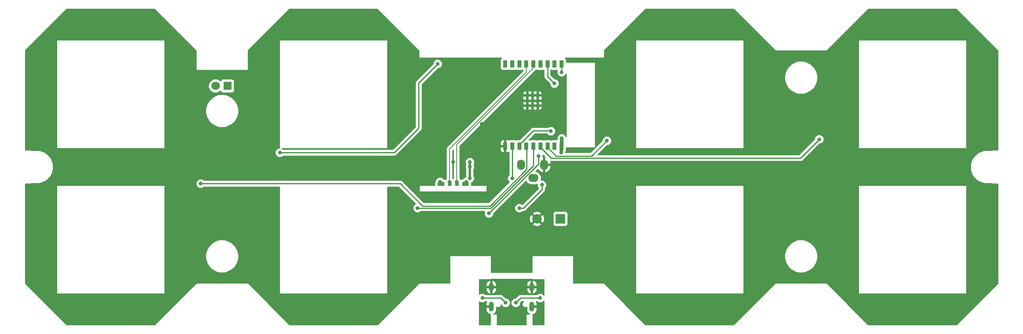
<source format=gbr>
%TF.GenerationSoftware,KiCad,Pcbnew,7.0.1*%
%TF.CreationDate,2023-07-22T19:51:59+09:00*%
%TF.ProjectId,gaming-clock,67616d69-6e67-42d6-936c-6f636b2e6b69,rev?*%
%TF.SameCoordinates,Original*%
%TF.FileFunction,Copper,L2,Bot*%
%TF.FilePolarity,Positive*%
%FSLAX46Y46*%
G04 Gerber Fmt 4.6, Leading zero omitted, Abs format (unit mm)*
G04 Created by KiCad (PCBNEW 7.0.1) date 2023-07-22 19:51:59*
%MOMM*%
%LPD*%
G01*
G04 APERTURE LIST*
%TA.AperFunction,ComponentPad*%
%ADD10O,1.000000X1.800000*%
%TD*%
%TA.AperFunction,ComponentPad*%
%ADD11O,1.000000X2.100000*%
%TD*%
%TA.AperFunction,ComponentPad*%
%ADD12R,1.800000X1.800000*%
%TD*%
%TA.AperFunction,ComponentPad*%
%ADD13C,1.800000*%
%TD*%
%TA.AperFunction,ComponentPad*%
%ADD14R,2.000000X2.000000*%
%TD*%
%TA.AperFunction,ComponentPad*%
%ADD15C,2.000000*%
%TD*%
%TA.AperFunction,ComponentPad*%
%ADD16O,2.200000X1.700000*%
%TD*%
%TA.AperFunction,ComponentPad*%
%ADD17O,1.700000X2.200000*%
%TD*%
%TA.AperFunction,SMDPad,CuDef*%
%ADD18R,0.900000X1.500000*%
%TD*%
%TA.AperFunction,SMDPad,CuDef*%
%ADD19R,0.700000X0.700000*%
%TD*%
%TA.AperFunction,ViaPad*%
%ADD20C,0.800000*%
%TD*%
%TA.AperFunction,Conductor*%
%ADD21C,0.200000*%
%TD*%
%TA.AperFunction,Conductor*%
%ADD22C,0.500000*%
%TD*%
%TA.AperFunction,Conductor*%
%ADD23C,0.250000*%
%TD*%
%TA.AperFunction,Conductor*%
%ADD24C,0.750000*%
%TD*%
G04 APERTURE END LIST*
D10*
%TO.P,J1,S1,SHIELD*%
%TO.N,GND*%
X166495000Y-119321000D03*
D11*
X166495000Y-123521000D03*
X175135000Y-123521000D03*
D10*
X175135000Y-119321000D03*
%TD*%
D12*
%TO.P,Q1,1,C*%
%TO.N,+5V*%
X110236000Y-76454000D03*
D13*
%TO.P,Q1,2,E*%
%TO.N,LS*%
X107696000Y-76454000D03*
%TD*%
D14*
%TO.P,LS101,1,1*%
%TO.N,SPEAK*%
X181229000Y-104775000D03*
D15*
%TO.P,LS101,2,2*%
%TO.N,GND*%
X176229000Y-104775000D03*
%TD*%
D16*
%TO.P,J2,1*%
%TO.N,DC5V*%
X175439500Y-96076000D03*
D17*
X172839500Y-93276000D03*
%TO.P,J2,2*%
%TO.N,GND*%
X177739500Y-93276000D03*
%TD*%
D18*
%TO.P,U1,1,3V3*%
%TO.N,+3.3V*%
X181462000Y-89268000D03*
%TO.P,U1,2,EN/CHIP_PU*%
%TO.N,Net-(U1-EN{slash}CHIP_PU)*%
X179962000Y-89268000D03*
%TO.P,U1,3,GPIO4/ADC1_CH4*%
%TO.N,/Sheetname: 7-Segment-ARGB1/DIN*%
X178462000Y-89268000D03*
%TO.P,U1,4,GPIO5/ADC2_CH0*%
%TO.N,/Sheetname: 7-Segment-ARGB/DIN*%
X176962000Y-89268000D03*
%TO.P,U1,5,GPIO6*%
%TO.N,/Sheetname: 7-Segment-ARGB2/DIN*%
X175462000Y-89268000D03*
%TO.P,U1,6,GPIO7*%
%TO.N,/Sheetname: 7-Segment-ARGB3/DIN*%
X173962000Y-89268000D03*
%TO.P,U1,7,GPIO8*%
%TO.N,GPIO8*%
X172462000Y-89268000D03*
%TO.P,U1,8,GPIO9*%
%TO.N,GPIO9*%
X170962000Y-89268000D03*
%TO.P,U1,9,GND*%
%TO.N,GND*%
X169462000Y-89268000D03*
%TO.P,U1,10,GPIO10*%
%TO.N,unconnected-(U1-GPIO10-Pad10)*%
X169462000Y-71768000D03*
%TO.P,U1,11,GPIO20/U0RXD*%
%TO.N,unconnected-(U1-GPIO20{slash}U0RXD-Pad11)*%
X170962000Y-71768000D03*
%TO.P,U1,12,GPIO21/U0TXD*%
%TO.N,unconnected-(U1-GPIO21{slash}U0TXD-Pad12)*%
X172462000Y-71768000D03*
%TO.P,U1,13,GPIO18/USB_D-*%
%TO.N,D-*%
X173962000Y-71768000D03*
%TO.P,U1,14,GPIO19/USB_D+*%
%TO.N,D+*%
X175462000Y-71768000D03*
%TO.P,U1,15,GPIO3/ADC1_CH3*%
%TO.N,LS*%
X176962000Y-71768000D03*
%TO.P,U1,16,GPIO2/ADC1_CH2*%
%TO.N,SIN*%
X178462000Y-71768000D03*
%TO.P,U1,17,GPIO1/ADC1_CH1/XTAL_32K_N*%
%TO.N,unconnected-(U1-GPIO1{slash}ADC1_CH1{slash}XTAL_32K_N-Pad17)*%
X179962000Y-71768000D03*
%TO.P,U1,18,GPIO0/ADC1_CH0/XTAL_32K_P*%
%TO.N,SPEAK*%
X181462000Y-71768000D03*
D19*
%TO.P,U1,19,GND*%
%TO.N,GND*%
X174162000Y-80658000D03*
X175262000Y-80658000D03*
X176362000Y-80658000D03*
X174162000Y-79608000D03*
X175262000Y-79608000D03*
X176362000Y-79608000D03*
X174162000Y-78458000D03*
X175262000Y-78458000D03*
X176362000Y-78458000D03*
%TD*%
D20*
%TO.N,GND*%
X117729000Y-68453000D03*
X143510000Y-64389000D03*
X96139000Y-64516000D03*
X70358000Y-68453000D03*
X71120000Y-119380000D03*
X95631000Y-123571000D03*
X118745000Y-119507000D03*
X143256000Y-123444000D03*
X171831000Y-106172000D03*
X198501000Y-123571000D03*
X223901000Y-119126000D03*
X245491000Y-123190000D03*
X268859000Y-121666000D03*
X270256000Y-67564000D03*
X245491000Y-64516000D03*
X222885000Y-67437000D03*
X198120000Y-64262000D03*
X110236000Y-95250000D03*
X101219000Y-97917000D03*
X98298000Y-93599000D03*
X121920000Y-95504000D03*
X219075000Y-93218000D03*
X227965000Y-89281000D03*
X242189000Y-95123000D03*
X221361000Y-89916000D03*
X194564000Y-94996000D03*
X147066000Y-93218000D03*
X158369000Y-92710000D03*
X153416000Y-90678000D03*
%TO.N,USB5V*%
X161925000Y-96139000D03*
%TO.N,D+*%
X159131000Y-96901000D03*
%TO.N,D-*%
X157607000Y-96901000D03*
%TO.N,USB5V*%
X161925000Y-93726000D03*
X161925000Y-92710000D03*
X155575000Y-96901000D03*
X161163000Y-96901000D03*
%TO.N,GND*%
X176530000Y-126492000D03*
X165100000Y-126365000D03*
%TO.N,Net-(J1-CC1)*%
X171704000Y-122682000D03*
%TO.N,Net-(J1-CC2)*%
X169545000Y-122682000D03*
X164592000Y-121666000D03*
%TO.N,Net-(J1-CC1)*%
X176911000Y-121666000D03*
%TO.N,GND*%
X117983000Y-107188000D03*
X167386000Y-97282000D03*
X188595000Y-105791000D03*
X193802000Y-107188000D03*
X239141000Y-89789000D03*
X87249000Y-63246000D03*
X114554000Y-109474000D03*
X223647000Y-75946000D03*
X78105000Y-126619000D03*
X196469000Y-115697000D03*
X271018000Y-80137000D03*
X254635000Y-63373000D03*
X219075000Y-62611000D03*
X130683000Y-93726000D03*
X100076000Y-111125000D03*
X192405000Y-90043000D03*
X156845000Y-109347000D03*
X184658000Y-101727000D03*
X120015000Y-92710000D03*
X202565000Y-96774000D03*
X70358000Y-107442000D03*
X113665000Y-78486000D03*
X130810000Y-63500000D03*
X238125000Y-78359000D03*
X158115000Y-84455000D03*
X147447000Y-76454000D03*
X265938000Y-90805000D03*
X113284000Y-74422000D03*
X258318000Y-63246000D03*
X206756000Y-62865000D03*
X72263000Y-88392000D03*
X97536000Y-70104000D03*
X149987000Y-117221000D03*
X149479000Y-95758000D03*
X223520000Y-107188000D03*
X156845000Y-104775000D03*
X126619000Y-66040000D03*
X76835000Y-66040000D03*
X241427000Y-107442000D03*
X257937000Y-124206000D03*
X120523000Y-86106000D03*
X83439000Y-63500000D03*
X117856000Y-111506000D03*
X115189000Y-101219000D03*
X187452000Y-93345000D03*
X241427000Y-76327000D03*
X76073000Y-96647000D03*
X211328000Y-93980000D03*
X69469000Y-98806000D03*
X241427000Y-80137000D03*
X134620000Y-93853000D03*
X271018000Y-76073000D03*
X130683000Y-124206000D03*
X100203000Y-76454000D03*
X134874000Y-63373000D03*
X105029000Y-74803000D03*
X70612000Y-80391000D03*
X100076000Y-107442000D03*
X235839000Y-94107000D03*
X117983000Y-76200000D03*
X134620000Y-124079000D03*
X271018000Y-107315000D03*
X222885000Y-99060000D03*
X264033000Y-121412000D03*
X87249000Y-93726000D03*
X193802000Y-76200000D03*
X83185000Y-124206000D03*
X254508000Y-124079000D03*
X216662000Y-121285000D03*
X176530000Y-87376000D03*
X227203000Y-78105000D03*
X167640000Y-107188000D03*
X70485000Y-76327000D03*
X83312000Y-93853000D03*
X272542000Y-88773000D03*
X206883000Y-124206000D03*
X87249000Y-124206000D03*
X271018000Y-111379000D03*
X240538000Y-67818000D03*
X223774000Y-80137000D03*
X147955000Y-111506000D03*
X210947000Y-124206000D03*
X189865000Y-110617000D03*
X70485000Y-111252000D03*
X211074000Y-62738000D03*
X194056000Y-111125000D03*
X206883000Y-93853000D03*
X223647000Y-111125000D03*
X152019000Y-71628000D03*
X266573000Y-62611000D03*
X94996000Y-90805000D03*
X145034000Y-71755000D03*
X100330000Y-80645000D03*
X258318000Y-93726000D03*
X249936000Y-96774000D03*
X147701000Y-80518000D03*
X107061000Y-89154000D03*
X102870000Y-117221000D03*
X193929000Y-80264000D03*
X153797000Y-117094000D03*
X254635000Y-93726000D03*
X170815000Y-113919000D03*
X244348000Y-117221000D03*
X142875000Y-91948000D03*
X118110000Y-80391000D03*
X189992000Y-78232000D03*
X147574000Y-107061000D03*
X126619000Y-126746000D03*
X164465000Y-84582000D03*
X241300000Y-111252000D03*
X164973000Y-89027000D03*
X174625000Y-84582000D03*
X193040000Y-67691000D03*
%TO.N,+3.3V*%
X181329500Y-90651500D03*
X181483000Y-87630000D03*
%TO.N,Net-(D1-DOUT)*%
X172466000Y-102489000D03*
X177292000Y-97536000D03*
%TO.N,SIN*%
X179959000Y-75946000D03*
%TO.N,/Sheetname: 7-Segment-ARGB/DIN*%
X236410500Y-87820500D03*
%TO.N,/Sheetname: 7-Segment-ARGB1/DIN*%
X191135000Y-88138000D03*
%TO.N,/Sheetname: 7-Segment-ARGB2/DIN*%
X150749000Y-102489000D03*
%TO.N,/Sheetname: 7-Segment-ARGB3/DIN*%
X104521000Y-97282000D03*
%TO.N,LS*%
X121412000Y-90678000D03*
X176911000Y-71755000D03*
X155067000Y-71755000D03*
%TO.N,Net-(U1-EN{slash}CHIP_PU)*%
X176530000Y-91440000D03*
X165989000Y-103632000D03*
X179959000Y-89281000D03*
%TO.N,SPEAK*%
X181483000Y-73533000D03*
%TO.N,GPIO8*%
X179197000Y-86106000D03*
%TO.N,GPIO9*%
X170942000Y-96139000D03*
%TD*%
D21*
%TO.N,D-*%
X157607000Y-89884364D02*
X173962000Y-73529364D01*
X173962000Y-73529364D02*
X173962000Y-71768000D01*
X157607000Y-96901000D02*
X157607000Y-89884364D01*
%TO.N,D+*%
X175462000Y-72595050D02*
X175462000Y-71768000D01*
X159131000Y-88926050D02*
X175462000Y-72595050D01*
X159131000Y-96901000D02*
X159131000Y-88926050D01*
D22*
%TO.N,USB5V*%
X161925000Y-96139000D02*
X161925000Y-92710000D01*
D23*
%TO.N,Net-(J1-CC2)*%
X168529000Y-121666000D02*
X164592000Y-121666000D01*
X169545000Y-122682000D02*
X168529000Y-121666000D01*
%TO.N,Net-(J1-CC1)*%
X171704000Y-122682000D02*
X172720000Y-121666000D01*
X172720000Y-121666000D02*
X176911000Y-121666000D01*
D24*
%TO.N,+3.3V*%
X181483000Y-89247000D02*
X181462000Y-89268000D01*
X181483000Y-87630000D02*
X181483000Y-89247000D01*
X181329500Y-89400500D02*
X181462000Y-89268000D01*
X181329500Y-90651500D02*
X181329500Y-89400500D01*
D23*
%TO.N,Net-(D1-DOUT)*%
X177292000Y-98552000D02*
X173355000Y-102489000D01*
X173355000Y-102489000D02*
X172466000Y-102489000D01*
X177292000Y-97536000D02*
X177292000Y-98552000D01*
%TO.N,SIN*%
X178462000Y-74449000D02*
X179959000Y-75946000D01*
X178462000Y-71768000D02*
X178462000Y-74449000D01*
%TO.N,/Sheetname: 7-Segment-ARGB/DIN*%
X176962000Y-89268000D02*
X176962000Y-89568000D01*
X179220500Y-91826500D02*
X232404500Y-91826500D01*
X176962000Y-89568000D02*
X179220500Y-91826500D01*
X232404500Y-91826500D02*
X236410500Y-87820500D01*
%TO.N,/Sheetname: 7-Segment-ARGB1/DIN*%
X187896500Y-91376500D02*
X191135000Y-88138000D01*
X180270500Y-91376500D02*
X187896500Y-91376500D01*
X178462000Y-89268000D02*
X178462000Y-89568000D01*
X178462000Y-89568000D02*
X180270500Y-91376500D01*
%TO.N,/Sheetname: 7-Segment-ARGB2/DIN*%
X166371396Y-102489000D02*
X150749000Y-102489000D01*
X175462000Y-89268000D02*
X175462000Y-93398396D01*
X175462000Y-93398396D02*
X166371396Y-102489000D01*
%TO.N,/Sheetname: 7-Segment-ARGB3/DIN*%
X173962000Y-89268000D02*
X174014500Y-89320500D01*
X174014500Y-94209500D02*
X166185000Y-102039000D01*
X147066000Y-97282000D02*
X104521000Y-97282000D01*
X166185000Y-102039000D02*
X151823000Y-102039000D01*
X174014500Y-89320500D02*
X174014500Y-94209500D01*
X151823000Y-102039000D02*
X147066000Y-97282000D01*
%TO.N,LS*%
X151003000Y-75819000D02*
X155067000Y-71755000D01*
X121412000Y-90678000D02*
X145796000Y-90678000D01*
X151003000Y-85471000D02*
X151003000Y-75819000D01*
X145796000Y-90678000D02*
X151003000Y-85471000D01*
%TO.N,Net-(U1-EN{slash}CHIP_PU)*%
X165989000Y-103632000D02*
X165989000Y-103614799D01*
X176530000Y-93073799D02*
X176530000Y-91440000D01*
X165989000Y-103614799D02*
X176530000Y-93073799D01*
%TO.N,SPEAK*%
X181462000Y-73512000D02*
X181483000Y-73533000D01*
X181462000Y-71768000D02*
X181462000Y-73512000D01*
%TO.N,GPIO8*%
X179070000Y-85979000D02*
X179197000Y-86106000D01*
X175451000Y-85979000D02*
X179070000Y-85979000D01*
X172462000Y-88968000D02*
X175451000Y-85979000D01*
X172462000Y-89268000D02*
X172462000Y-88968000D01*
%TO.N,GPIO9*%
X170942000Y-96139000D02*
X170962000Y-96119000D01*
X170962000Y-96119000D02*
X170962000Y-89268000D01*
%TD*%
%TA.AperFunction,Conductor*%
%TO.N,GND*%
G36*
X94737883Y-59953939D02*
G01*
X94778111Y-59980819D01*
X103595181Y-68797888D01*
X103622061Y-68838116D01*
X103631500Y-68885569D01*
X103631500Y-73000240D01*
X103631459Y-73000446D01*
X103631459Y-73025000D01*
X103631500Y-73025099D01*
X103631617Y-73025383D01*
X103631618Y-73025384D01*
X103631808Y-73025462D01*
X103632000Y-73025541D01*
X103632002Y-73025539D01*
X103656616Y-73025524D01*
X103656616Y-73025528D01*
X103656760Y-73025500D01*
X114529240Y-73025500D01*
X114529383Y-73025528D01*
X114529384Y-73025524D01*
X114553997Y-73025539D01*
X114554000Y-73025541D01*
X114554383Y-73025383D01*
X114554500Y-73025099D01*
X114554541Y-73025000D01*
X114554541Y-73000446D01*
X114554500Y-73000240D01*
X114554500Y-68885570D01*
X114563939Y-68838117D01*
X114590819Y-68797889D01*
X123407888Y-59980819D01*
X123448116Y-59953939D01*
X123495569Y-59944500D01*
X142188430Y-59944500D01*
X142235883Y-59953939D01*
X142276111Y-59980819D01*
X151093181Y-68797888D01*
X151120061Y-68838116D01*
X151129500Y-68885569D01*
X151129500Y-70333240D01*
X151129459Y-70333446D01*
X151129459Y-70358000D01*
X151129500Y-70358099D01*
X151129617Y-70358383D01*
X151129618Y-70358384D01*
X151129808Y-70358461D01*
X151130000Y-70358541D01*
X151130002Y-70358539D01*
X151154616Y-70358524D01*
X151154616Y-70358528D01*
X151154760Y-70358500D01*
X168685256Y-70358500D01*
X168744683Y-70373668D01*
X168789571Y-70415460D01*
X168808940Y-70473654D01*
X168798050Y-70534011D01*
X168759568Y-70581765D01*
X168654453Y-70660454D01*
X168654454Y-70660454D01*
X168568204Y-70775668D01*
X168517909Y-70910516D01*
X168511500Y-70970130D01*
X168511500Y-72565869D01*
X168517909Y-72625484D01*
X168532625Y-72664939D01*
X168568204Y-72760331D01*
X168654454Y-72875546D01*
X168769669Y-72961796D01*
X168904517Y-73012091D01*
X168964127Y-73018500D01*
X169959872Y-73018499D01*
X170019483Y-73012091D01*
X170154331Y-72961796D01*
X170154335Y-72961792D01*
X170168665Y-72956448D01*
X170211999Y-72948630D01*
X170255333Y-72956448D01*
X170269666Y-72961794D01*
X170269669Y-72961796D01*
X170404517Y-73012091D01*
X170464127Y-73018500D01*
X171459872Y-73018499D01*
X171519483Y-73012091D01*
X171654331Y-72961796D01*
X171654335Y-72961792D01*
X171668665Y-72956448D01*
X171711999Y-72948630D01*
X171755333Y-72956448D01*
X171769666Y-72961794D01*
X171769669Y-72961796D01*
X171904517Y-73012091D01*
X171964127Y-73018500D01*
X172959872Y-73018499D01*
X173019483Y-73012091D01*
X173154331Y-72961796D01*
X173154335Y-72961792D01*
X173168665Y-72956448D01*
X173212000Y-72948630D01*
X173255335Y-72956449D01*
X173269668Y-72961795D01*
X173269669Y-72961796D01*
X173280836Y-72965961D01*
X173323071Y-72992400D01*
X173351489Y-73033330D01*
X173361500Y-73082142D01*
X173361500Y-73229267D01*
X173352061Y-73276720D01*
X173325181Y-73316948D01*
X157215965Y-89426162D01*
X157203773Y-89436855D01*
X157178717Y-89456081D01*
X157106120Y-89550694D01*
X157106118Y-89550695D01*
X157082463Y-89581523D01*
X157021956Y-89727601D01*
X157001317Y-89884363D01*
X157005439Y-89915665D01*
X157006500Y-89931851D01*
X157006500Y-96174547D01*
X156998264Y-96218985D01*
X156974650Y-96257519D01*
X156874466Y-96368783D01*
X156833277Y-96440126D01*
X156783146Y-96488116D01*
X156715082Y-96501654D01*
X156670555Y-96484338D01*
X156669833Y-96486084D01*
X156532838Y-96429339D01*
X156470831Y-96412724D01*
X156375809Y-96400214D01*
X156334259Y-96387013D01*
X156299846Y-96360247D01*
X156180870Y-96228110D01*
X156027730Y-96116848D01*
X155854802Y-96039855D01*
X155669648Y-96000500D01*
X155669646Y-96000500D01*
X155480354Y-96000500D01*
X155480352Y-96000500D01*
X155295197Y-96039855D01*
X155122269Y-96116848D01*
X154969129Y-96228110D01*
X154842466Y-96368783D01*
X154747821Y-96532714D01*
X154729255Y-96589855D01*
X154709700Y-96627023D01*
X154645835Y-96710252D01*
X154595339Y-96832161D01*
X154578724Y-96894169D01*
X154561500Y-97024999D01*
X154561500Y-97666000D01*
X154544887Y-97728000D01*
X154499500Y-97773387D01*
X154437500Y-97790000D01*
X154076967Y-97790000D01*
X154074247Y-97789459D01*
X154026446Y-97789459D01*
X154026240Y-97789500D01*
X151281760Y-97789500D01*
X151281554Y-97789459D01*
X151256998Y-97789459D01*
X151256807Y-97789538D01*
X151256619Y-97789615D01*
X151256615Y-97789618D01*
X151256459Y-97789999D01*
X151256476Y-97814616D01*
X151256471Y-97814616D01*
X151256500Y-97814760D01*
X151256500Y-98908240D01*
X151256459Y-98908446D01*
X151256459Y-98933000D01*
X151256500Y-98933099D01*
X151256617Y-98933383D01*
X151256618Y-98933384D01*
X151256808Y-98933461D01*
X151257000Y-98933541D01*
X151257002Y-98933539D01*
X151281616Y-98933524D01*
X151281616Y-98933528D01*
X151281760Y-98933500D01*
X154026240Y-98933500D01*
X154026383Y-98933528D01*
X154026384Y-98933524D01*
X154050998Y-98933540D01*
X154051000Y-98933541D01*
X154051001Y-98933540D01*
X154074073Y-98933556D01*
X154076885Y-98933000D01*
X155041115Y-98933000D01*
X155043926Y-98933556D01*
X155066998Y-98933540D01*
X155067000Y-98933541D01*
X155067001Y-98933540D01*
X155091616Y-98933524D01*
X155091616Y-98933528D01*
X155091760Y-98933500D01*
X161646240Y-98933500D01*
X161646383Y-98933528D01*
X161646384Y-98933524D01*
X161670998Y-98933540D01*
X161671000Y-98933541D01*
X161671001Y-98933540D01*
X161694073Y-98933556D01*
X161696885Y-98933000D01*
X162661115Y-98933000D01*
X162663926Y-98933556D01*
X162686998Y-98933540D01*
X162687000Y-98933541D01*
X162687001Y-98933540D01*
X162711616Y-98933524D01*
X162711616Y-98933528D01*
X162711760Y-98933500D01*
X165456240Y-98933500D01*
X165456383Y-98933528D01*
X165456384Y-98933524D01*
X165480997Y-98933539D01*
X165481000Y-98933541D01*
X165481383Y-98933383D01*
X165481500Y-98933099D01*
X165481541Y-98933000D01*
X165481541Y-98908446D01*
X165481500Y-98908240D01*
X165481500Y-97814760D01*
X165481528Y-97814616D01*
X165481524Y-97814616D01*
X165481539Y-97790002D01*
X165481541Y-97790000D01*
X165481461Y-97789808D01*
X165481384Y-97789618D01*
X165481380Y-97789614D01*
X165481194Y-97789538D01*
X165481002Y-97789459D01*
X165456446Y-97789459D01*
X165456240Y-97789500D01*
X162711760Y-97789500D01*
X162711554Y-97789459D01*
X162663753Y-97789459D01*
X162661033Y-97790000D01*
X162300500Y-97790000D01*
X162238500Y-97773387D01*
X162193113Y-97728000D01*
X162176500Y-97666000D01*
X162176500Y-97093272D01*
X162185529Y-97046821D01*
X162211302Y-97007135D01*
X162250064Y-96979993D01*
X162377730Y-96923151D01*
X162530870Y-96811889D01*
X162584931Y-96751849D01*
X162657533Y-96671216D01*
X162752179Y-96507284D01*
X162810674Y-96327256D01*
X162830460Y-96139000D01*
X162810674Y-95950744D01*
X162752179Y-95770716D01*
X162752179Y-95770715D01*
X162692113Y-95666678D01*
X162675500Y-95604678D01*
X162675500Y-94260322D01*
X162692113Y-94198322D01*
X162752179Y-94094284D01*
X162786228Y-93989492D01*
X162810674Y-93914256D01*
X162830460Y-93726000D01*
X162810674Y-93537744D01*
X162764207Y-93394735D01*
X162752180Y-93357718D01*
X162752178Y-93357715D01*
X162707307Y-93279996D01*
X162690696Y-93218000D01*
X162707307Y-93156003D01*
X162752179Y-93078284D01*
X162810674Y-92898256D01*
X162830460Y-92710000D01*
X162810674Y-92521744D01*
X162777650Y-92420106D01*
X162752179Y-92341715D01*
X162657533Y-92177783D01*
X162530870Y-92037110D01*
X162377730Y-91925848D01*
X162204802Y-91848855D01*
X162019648Y-91809500D01*
X162019646Y-91809500D01*
X161830354Y-91809500D01*
X161830352Y-91809500D01*
X161645197Y-91848855D01*
X161472269Y-91925848D01*
X161319129Y-92037110D01*
X161192466Y-92177783D01*
X161097820Y-92341715D01*
X161039326Y-92521742D01*
X161019540Y-92709999D01*
X161039326Y-92898257D01*
X161097820Y-93078284D01*
X161142690Y-93156000D01*
X161159303Y-93218000D01*
X161142690Y-93280000D01*
X161097820Y-93357715D01*
X161039326Y-93537742D01*
X161019540Y-93726000D01*
X161039326Y-93914257D01*
X161097820Y-94094284D01*
X161157887Y-94198322D01*
X161174500Y-94260322D01*
X161174500Y-95604678D01*
X161157887Y-95666678D01*
X161097821Y-95770714D01*
X161041929Y-95942731D01*
X161006971Y-95996561D01*
X160949782Y-96025702D01*
X160883196Y-96039856D01*
X160710267Y-96116849D01*
X160557129Y-96228110D01*
X160438153Y-96360247D01*
X160403740Y-96387013D01*
X160362190Y-96400214D01*
X160267168Y-96412724D01*
X160205161Y-96429339D01*
X160068167Y-96486084D01*
X160067444Y-96484338D01*
X160022912Y-96501654D01*
X159954850Y-96488114D01*
X159904722Y-96440126D01*
X159863533Y-96368784D01*
X159826141Y-96327256D01*
X159763350Y-96257519D01*
X159739736Y-96218985D01*
X159731500Y-96174547D01*
X159731500Y-89518000D01*
X168512000Y-89518000D01*
X168512000Y-90065824D01*
X168518402Y-90125375D01*
X168568647Y-90260089D01*
X168654811Y-90375188D01*
X168769910Y-90461352D01*
X168904624Y-90511597D01*
X168964176Y-90518000D01*
X169212000Y-90518000D01*
X169212000Y-89518000D01*
X168512000Y-89518000D01*
X159731500Y-89518000D01*
X159731500Y-89226147D01*
X159740939Y-89178694D01*
X159767819Y-89138466D01*
X159888285Y-89018000D01*
X168512000Y-89018000D01*
X169212000Y-89018000D01*
X169212000Y-88018000D01*
X168964176Y-88018000D01*
X168904624Y-88024402D01*
X168769910Y-88074647D01*
X168654811Y-88160811D01*
X168568647Y-88275910D01*
X168518402Y-88410624D01*
X168512000Y-88470176D01*
X168512000Y-89018000D01*
X159888285Y-89018000D01*
X167998284Y-80908000D01*
X173312000Y-80908000D01*
X173312000Y-81055824D01*
X173318402Y-81115375D01*
X173368647Y-81250089D01*
X173454811Y-81365188D01*
X173569910Y-81451352D01*
X173704624Y-81501597D01*
X173764176Y-81508000D01*
X173912000Y-81508000D01*
X173912000Y-80908000D01*
X174412000Y-80908000D01*
X174412000Y-81508000D01*
X174559824Y-81508000D01*
X174619378Y-81501597D01*
X174668665Y-81483214D01*
X174712000Y-81475395D01*
X174755335Y-81483214D01*
X174804621Y-81501597D01*
X174864176Y-81508000D01*
X175012000Y-81508000D01*
X175012000Y-80908000D01*
X175512000Y-80908000D01*
X175512000Y-81508000D01*
X175659824Y-81508000D01*
X175719378Y-81501597D01*
X175768665Y-81483214D01*
X175812000Y-81475395D01*
X175855335Y-81483214D01*
X175904621Y-81501597D01*
X175964176Y-81508000D01*
X176112000Y-81508000D01*
X176112000Y-80908000D01*
X176612000Y-80908000D01*
X176612000Y-81508000D01*
X176759824Y-81508000D01*
X176819375Y-81501597D01*
X176954089Y-81451352D01*
X177069188Y-81365188D01*
X177155352Y-81250089D01*
X177205597Y-81115375D01*
X177212000Y-81055824D01*
X177212000Y-80908000D01*
X176612000Y-80908000D01*
X176112000Y-80908000D01*
X175512000Y-80908000D01*
X175012000Y-80908000D01*
X174412000Y-80908000D01*
X173912000Y-80908000D01*
X173312000Y-80908000D01*
X167998284Y-80908000D01*
X169048284Y-79858000D01*
X173312000Y-79858000D01*
X173312000Y-80005824D01*
X173318402Y-80065377D01*
X173327462Y-80089669D01*
X173335279Y-80133000D01*
X173327462Y-80176331D01*
X173318402Y-80200622D01*
X173312000Y-80260176D01*
X173312000Y-80408000D01*
X173912000Y-80408000D01*
X173912000Y-79858000D01*
X174412000Y-79858000D01*
X174412000Y-80408000D01*
X175012000Y-80408000D01*
X175012000Y-79858000D01*
X175512000Y-79858000D01*
X175512000Y-80408000D01*
X176112000Y-80408000D01*
X176112000Y-79858000D01*
X176612000Y-79858000D01*
X176612000Y-80408000D01*
X177212000Y-80408000D01*
X177212000Y-80260176D01*
X177205597Y-80200622D01*
X177196539Y-80176337D01*
X177188719Y-80133000D01*
X177196539Y-80089663D01*
X177205597Y-80065377D01*
X177212000Y-80005824D01*
X177212000Y-79858000D01*
X176612000Y-79858000D01*
X176112000Y-79858000D01*
X175512000Y-79858000D01*
X175012000Y-79858000D01*
X174412000Y-79858000D01*
X173912000Y-79858000D01*
X173312000Y-79858000D01*
X169048284Y-79858000D01*
X170198284Y-78708000D01*
X173312000Y-78708000D01*
X173312000Y-78855824D01*
X173318402Y-78915378D01*
X173346110Y-78989666D01*
X173353928Y-79032998D01*
X173346110Y-79076331D01*
X173318402Y-79150620D01*
X173312000Y-79210176D01*
X173312000Y-79358000D01*
X173912000Y-79358000D01*
X173912000Y-78708000D01*
X174412000Y-78708000D01*
X174412000Y-79358000D01*
X175012000Y-79358000D01*
X175012000Y-78708000D01*
X175512000Y-78708000D01*
X175512000Y-79358000D01*
X176112000Y-79358000D01*
X176112000Y-78708000D01*
X176612000Y-78708000D01*
X176612000Y-79358000D01*
X177212000Y-79358000D01*
X177212000Y-79210176D01*
X177205597Y-79150623D01*
X177177888Y-79076332D01*
X177170070Y-79032997D01*
X177177889Y-78989662D01*
X177205597Y-78915376D01*
X177212000Y-78855824D01*
X177212000Y-78708000D01*
X176612000Y-78708000D01*
X176112000Y-78708000D01*
X175512000Y-78708000D01*
X175012000Y-78708000D01*
X174412000Y-78708000D01*
X173912000Y-78708000D01*
X173312000Y-78708000D01*
X170198284Y-78708000D01*
X170698284Y-78208000D01*
X173312000Y-78208000D01*
X173912000Y-78208000D01*
X173912000Y-77608000D01*
X174412000Y-77608000D01*
X174412000Y-78208000D01*
X175012000Y-78208000D01*
X175012000Y-77608000D01*
X175512000Y-77608000D01*
X175512000Y-78208000D01*
X176112000Y-78208000D01*
X176112000Y-77608000D01*
X176612000Y-77608000D01*
X176612000Y-78208000D01*
X177212000Y-78208000D01*
X177212000Y-78060176D01*
X177205597Y-78000624D01*
X177155352Y-77865910D01*
X177069188Y-77750811D01*
X176954089Y-77664647D01*
X176819375Y-77614402D01*
X176759824Y-77608000D01*
X176612000Y-77608000D01*
X176112000Y-77608000D01*
X175964176Y-77608000D01*
X175904622Y-77614402D01*
X175855333Y-77632786D01*
X175812000Y-77640604D01*
X175768667Y-77632786D01*
X175719377Y-77614402D01*
X175659824Y-77608000D01*
X175512000Y-77608000D01*
X175012000Y-77608000D01*
X174864176Y-77608000D01*
X174804622Y-77614402D01*
X174755333Y-77632786D01*
X174712000Y-77640604D01*
X174668667Y-77632786D01*
X174619377Y-77614402D01*
X174559824Y-77608000D01*
X174412000Y-77608000D01*
X173912000Y-77608000D01*
X173764176Y-77608000D01*
X173704624Y-77614402D01*
X173569910Y-77664647D01*
X173454811Y-77750811D01*
X173368647Y-77865910D01*
X173318402Y-78000624D01*
X173312000Y-78060176D01*
X173312000Y-78208000D01*
X170698284Y-78208000D01*
X175851466Y-73054818D01*
X175891694Y-73027938D01*
X175939147Y-73018499D01*
X175959870Y-73018499D01*
X175959872Y-73018499D01*
X176019483Y-73012091D01*
X176154331Y-72961796D01*
X176154335Y-72961792D01*
X176168665Y-72956448D01*
X176211999Y-72948630D01*
X176255333Y-72956448D01*
X176269666Y-72961794D01*
X176269669Y-72961796D01*
X176404517Y-73012091D01*
X176464127Y-73018500D01*
X177459872Y-73018499D01*
X177519483Y-73012091D01*
X177654331Y-72961796D01*
X177654334Y-72961793D01*
X177668666Y-72956448D01*
X177712055Y-72948630D01*
X177755437Y-72956487D01*
X177755937Y-72956674D01*
X177798123Y-72983125D01*
X177826503Y-73024038D01*
X177836500Y-73072817D01*
X177836500Y-74366256D01*
X177834235Y-74386762D01*
X177836439Y-74456873D01*
X177836500Y-74460768D01*
X177836500Y-74488349D01*
X177837003Y-74492334D01*
X177837918Y-74503967D01*
X177839290Y-74547626D01*
X177844879Y-74566860D01*
X177848825Y-74585916D01*
X177851335Y-74605792D01*
X177867414Y-74646404D01*
X177871197Y-74657451D01*
X177883382Y-74699391D01*
X177893580Y-74716635D01*
X177902136Y-74734100D01*
X177909514Y-74752732D01*
X177909515Y-74752733D01*
X177935180Y-74788059D01*
X177941593Y-74797822D01*
X177963826Y-74835416D01*
X177963829Y-74835419D01*
X177963830Y-74835420D01*
X177977995Y-74849585D01*
X177990627Y-74864375D01*
X178002406Y-74880587D01*
X178036058Y-74908426D01*
X178044699Y-74916289D01*
X179020038Y-75891628D01*
X179044277Y-75925925D01*
X179055678Y-75966347D01*
X179073326Y-76134257D01*
X179131820Y-76314284D01*
X179226466Y-76478216D01*
X179353129Y-76618889D01*
X179506269Y-76730151D01*
X179679197Y-76807144D01*
X179864352Y-76846500D01*
X179864354Y-76846500D01*
X180053646Y-76846500D01*
X180053648Y-76846500D01*
X180177083Y-76820262D01*
X180238803Y-76807144D01*
X180411730Y-76730151D01*
X180411729Y-76730151D01*
X180564870Y-76618889D01*
X180691533Y-76478216D01*
X180786179Y-76314284D01*
X180786179Y-76314283D01*
X180844674Y-76134256D01*
X180864460Y-75946000D01*
X180844674Y-75757744D01*
X180798540Y-75615759D01*
X180786179Y-75577715D01*
X180691533Y-75413783D01*
X180564870Y-75273110D01*
X180411730Y-75161848D01*
X180238802Y-75084855D01*
X180053648Y-75045500D01*
X180053646Y-75045500D01*
X179994452Y-75045500D01*
X179946999Y-75036061D01*
X179906771Y-75009181D01*
X179123819Y-74226228D01*
X179096939Y-74186000D01*
X179087500Y-74138547D01*
X179087500Y-73072817D01*
X179097486Y-73024063D01*
X179125837Y-72983163D01*
X179167986Y-72956703D01*
X179168485Y-72956516D01*
X179211903Y-72948630D01*
X179255333Y-72956448D01*
X179269666Y-72961794D01*
X179269669Y-72961796D01*
X179404517Y-73012091D01*
X179464127Y-73018500D01*
X180459872Y-73018499D01*
X180519483Y-73012091D01*
X180519488Y-73012089D01*
X180521796Y-73011841D01*
X180582299Y-73020485D01*
X180631324Y-73056980D01*
X180656961Y-73112461D01*
X180652982Y-73173448D01*
X180597326Y-73344740D01*
X180577540Y-73533000D01*
X180597326Y-73721257D01*
X180655820Y-73901284D01*
X180750466Y-74065216D01*
X180877129Y-74205889D01*
X181030269Y-74317151D01*
X181203197Y-74394144D01*
X181388352Y-74433500D01*
X181388354Y-74433500D01*
X181577646Y-74433500D01*
X181577648Y-74433500D01*
X181701083Y-74407262D01*
X181762803Y-74394144D01*
X181935730Y-74317151D01*
X181952927Y-74304657D01*
X182088870Y-74205889D01*
X182215533Y-74065216D01*
X182310179Y-73901284D01*
X182320069Y-73870847D01*
X182358959Y-73813621D01*
X182422459Y-73786143D01*
X182490797Y-73796966D01*
X182542697Y-73842722D01*
X182562000Y-73909165D01*
X182562000Y-87253835D01*
X182542697Y-87320278D01*
X182490797Y-87366034D01*
X182422459Y-87376857D01*
X182358959Y-87349379D01*
X182320069Y-87292153D01*
X182310179Y-87261715D01*
X182215533Y-87097783D01*
X182088870Y-86957110D01*
X181935730Y-86845848D01*
X181762802Y-86768855D01*
X181577648Y-86729500D01*
X181577646Y-86729500D01*
X181388354Y-86729500D01*
X181388352Y-86729500D01*
X181203197Y-86768855D01*
X181030269Y-86845848D01*
X180877129Y-86957110D01*
X180750466Y-87097783D01*
X180655820Y-87261715D01*
X180597326Y-87441742D01*
X180577540Y-87630000D01*
X180597326Y-87818257D01*
X180601431Y-87830889D01*
X180607500Y-87869207D01*
X180607500Y-87895326D01*
X180588605Y-87961120D01*
X180537679Y-88006864D01*
X180470242Y-88018614D01*
X180459873Y-88017500D01*
X179464130Y-88017500D01*
X179404515Y-88023909D01*
X179255333Y-88079551D01*
X179212000Y-88087369D01*
X179168667Y-88079551D01*
X179019485Y-88023909D01*
X178999613Y-88021772D01*
X178959873Y-88017500D01*
X178959869Y-88017500D01*
X177964130Y-88017500D01*
X177904515Y-88023909D01*
X177755333Y-88079551D01*
X177712000Y-88087369D01*
X177668667Y-88079551D01*
X177519485Y-88023909D01*
X177499613Y-88021772D01*
X177459873Y-88017500D01*
X177459869Y-88017500D01*
X176464130Y-88017500D01*
X176404515Y-88023909D01*
X176255333Y-88079551D01*
X176212000Y-88087369D01*
X176168667Y-88079551D01*
X176019485Y-88023909D01*
X175999613Y-88021772D01*
X175959873Y-88017500D01*
X175959869Y-88017500D01*
X174964130Y-88017500D01*
X174904515Y-88023909D01*
X174755333Y-88079551D01*
X174712000Y-88087369D01*
X174668667Y-88079551D01*
X174533619Y-88029181D01*
X174483239Y-87994202D01*
X174455786Y-87939357D01*
X174457975Y-87878064D01*
X174489269Y-87825320D01*
X175673771Y-86640819D01*
X175714000Y-86613939D01*
X175761453Y-86604500D01*
X178378900Y-86604500D01*
X178429335Y-86615220D01*
X178471050Y-86645528D01*
X178591129Y-86778889D01*
X178744269Y-86890151D01*
X178917197Y-86967144D01*
X179102352Y-87006500D01*
X179102354Y-87006500D01*
X179291646Y-87006500D01*
X179291648Y-87006500D01*
X179415084Y-86980262D01*
X179476803Y-86967144D01*
X179649730Y-86890151D01*
X179802871Y-86778888D01*
X179929533Y-86638216D01*
X180024179Y-86474284D01*
X180082674Y-86294256D01*
X180102460Y-86106000D01*
X180082674Y-85917744D01*
X180028774Y-85751857D01*
X180024179Y-85737715D01*
X179929533Y-85573783D01*
X179802870Y-85433110D01*
X179649730Y-85321848D01*
X179476802Y-85244855D01*
X179291648Y-85205500D01*
X179291646Y-85205500D01*
X179102354Y-85205500D01*
X179102352Y-85205500D01*
X178917197Y-85244855D01*
X178744272Y-85321847D01*
X178733303Y-85329817D01*
X178698735Y-85347431D01*
X178660416Y-85353500D01*
X175533740Y-85353500D01*
X175513236Y-85351236D01*
X175443144Y-85353439D01*
X175439250Y-85353500D01*
X175411648Y-85353500D01*
X175407653Y-85354004D01*
X175396029Y-85354918D01*
X175352372Y-85356290D01*
X175333135Y-85361879D01*
X175314094Y-85365822D01*
X175294208Y-85368335D01*
X175253582Y-85384419D01*
X175242537Y-85388200D01*
X175200613Y-85400381D01*
X175183365Y-85410581D01*
X175165903Y-85419135D01*
X175153915Y-85423881D01*
X175147265Y-85426515D01*
X175111926Y-85452189D01*
X175102168Y-85458599D01*
X175064579Y-85480829D01*
X175050410Y-85494998D01*
X175035622Y-85507628D01*
X175019413Y-85519405D01*
X174991572Y-85553058D01*
X174983711Y-85561696D01*
X172564226Y-87981181D01*
X172523998Y-88008061D01*
X172476545Y-88017500D01*
X171964130Y-88017500D01*
X171904515Y-88023909D01*
X171755333Y-88079551D01*
X171712000Y-88087369D01*
X171668667Y-88079551D01*
X171519485Y-88023909D01*
X171499613Y-88021772D01*
X171459873Y-88017500D01*
X171459869Y-88017500D01*
X170464130Y-88017500D01*
X170404515Y-88023909D01*
X170316500Y-88056737D01*
X170269669Y-88074204D01*
X170269668Y-88074204D01*
X170254618Y-88079818D01*
X170211285Y-88087636D01*
X170167951Y-88079818D01*
X170019375Y-88024402D01*
X169959824Y-88018000D01*
X169712000Y-88018000D01*
X169712000Y-90518000D01*
X169959824Y-90518000D01*
X170019375Y-90511597D01*
X170167951Y-90456182D01*
X170211277Y-90448364D01*
X170254604Y-90456177D01*
X170255819Y-90456630D01*
X170298062Y-90483067D01*
X170326486Y-90524000D01*
X170336500Y-90572817D01*
X170336500Y-95418101D01*
X170328264Y-95462539D01*
X170304652Y-95501070D01*
X170260987Y-95549565D01*
X170209464Y-95606786D01*
X170114820Y-95770715D01*
X170056326Y-95950742D01*
X170036540Y-96139000D01*
X170056326Y-96327257D01*
X170114820Y-96507284D01*
X170209466Y-96671216D01*
X170344850Y-96821574D01*
X170343485Y-96822802D01*
X170364822Y-96846806D01*
X170380256Y-96897669D01*
X170372976Y-96950321D01*
X170344320Y-96995088D01*
X165962228Y-101377181D01*
X165922000Y-101404061D01*
X165874547Y-101413500D01*
X152133452Y-101413500D01*
X152085999Y-101404061D01*
X152045771Y-101377181D01*
X147566802Y-96898211D01*
X147553906Y-96882113D01*
X147502775Y-96834098D01*
X147499978Y-96831387D01*
X147480470Y-96811879D01*
X147477290Y-96809412D01*
X147468424Y-96801839D01*
X147436582Y-96771938D01*
X147419024Y-96762285D01*
X147402764Y-96751604D01*
X147386936Y-96739327D01*
X147346851Y-96721980D01*
X147336361Y-96716841D01*
X147298091Y-96695802D01*
X147278691Y-96690821D01*
X147260284Y-96684519D01*
X147241897Y-96676562D01*
X147198758Y-96669729D01*
X147187324Y-96667361D01*
X147145019Y-96656500D01*
X147124984Y-96656500D01*
X147105586Y-96654973D01*
X147093387Y-96653041D01*
X147085805Y-96651840D01*
X147085804Y-96651840D01*
X147052751Y-96654964D01*
X147042325Y-96655950D01*
X147030656Y-96656500D01*
X105224747Y-96656500D01*
X105174312Y-96645780D01*
X105132598Y-96615473D01*
X105126871Y-96609112D01*
X104973730Y-96497849D01*
X104973729Y-96497848D01*
X104973727Y-96497847D01*
X104800802Y-96420855D01*
X104615648Y-96381500D01*
X104615646Y-96381500D01*
X104426354Y-96381500D01*
X104426352Y-96381500D01*
X104241197Y-96420855D01*
X104068269Y-96497848D01*
X103915129Y-96609110D01*
X103788466Y-96749783D01*
X103693820Y-96913715D01*
X103635326Y-97093742D01*
X103615540Y-97282000D01*
X103635326Y-97470257D01*
X103693820Y-97650284D01*
X103788466Y-97814216D01*
X103915129Y-97954889D01*
X104068269Y-98066151D01*
X104241197Y-98143144D01*
X104426352Y-98182500D01*
X104426354Y-98182500D01*
X104615646Y-98182500D01*
X104615648Y-98182500D01*
X104760484Y-98151714D01*
X104800803Y-98143144D01*
X104973730Y-98066151D01*
X105126871Y-97954888D01*
X105132598Y-97948526D01*
X105174312Y-97918220D01*
X105224747Y-97907500D01*
X121287500Y-97907500D01*
X121349500Y-97924113D01*
X121394887Y-97969500D01*
X121411500Y-98031500D01*
X121411500Y-120625240D01*
X121411459Y-120625446D01*
X121411459Y-120650000D01*
X121411500Y-120650099D01*
X121411617Y-120650383D01*
X121411618Y-120650384D01*
X121411808Y-120650461D01*
X121412000Y-120650541D01*
X121412002Y-120650539D01*
X121436616Y-120650524D01*
X121436616Y-120650528D01*
X121436760Y-120650500D01*
X144247240Y-120650500D01*
X144247383Y-120650528D01*
X144247384Y-120650524D01*
X144271997Y-120650539D01*
X144272000Y-120650541D01*
X144272383Y-120650383D01*
X144272500Y-120650099D01*
X144272541Y-120650000D01*
X144272541Y-120625446D01*
X144272500Y-120625240D01*
X144272500Y-105998610D01*
X175358942Y-105998610D01*
X175405766Y-106035055D01*
X175624393Y-106153368D01*
X175859506Y-106234083D01*
X176104707Y-106275000D01*
X176353293Y-106275000D01*
X176598493Y-106234083D01*
X176833606Y-106153368D01*
X177052233Y-106035053D01*
X177099056Y-105998609D01*
X176923316Y-105822869D01*
X179728500Y-105822869D01*
X179734909Y-105882483D01*
X179785204Y-106017331D01*
X179871454Y-106132546D01*
X179986669Y-106218796D01*
X180121517Y-106269091D01*
X180181127Y-106275500D01*
X182276872Y-106275499D01*
X182336483Y-106269091D01*
X182471331Y-106218796D01*
X182586546Y-106132546D01*
X182672796Y-106017331D01*
X182723091Y-105882483D01*
X182729500Y-105822873D01*
X182729499Y-103727128D01*
X182723091Y-103667517D01*
X182672796Y-103532669D01*
X182586546Y-103417454D01*
X182471331Y-103331204D01*
X182336483Y-103280909D01*
X182276873Y-103274500D01*
X182276869Y-103274500D01*
X180181130Y-103274500D01*
X180121515Y-103280909D01*
X179986669Y-103331204D01*
X179871454Y-103417454D01*
X179785204Y-103532668D01*
X179734909Y-103667516D01*
X179728500Y-103727130D01*
X179728500Y-105822869D01*
X176923316Y-105822869D01*
X176229000Y-105128553D01*
X175358942Y-105998609D01*
X175358942Y-105998610D01*
X144272500Y-105998610D01*
X144272500Y-104774999D01*
X174723858Y-104774999D01*
X174744386Y-105022732D01*
X174805413Y-105263721D01*
X174905268Y-105491370D01*
X175005563Y-105644882D01*
X175005564Y-105644882D01*
X175875447Y-104775001D01*
X176582553Y-104775001D01*
X177452434Y-105644882D01*
X177552730Y-105491369D01*
X177652586Y-105263721D01*
X177713613Y-105022732D01*
X177734141Y-104774999D01*
X177713613Y-104527267D01*
X177652586Y-104286278D01*
X177552730Y-104058630D01*
X177452434Y-103905116D01*
X176582553Y-104775000D01*
X176582553Y-104775001D01*
X175875447Y-104775001D01*
X175875447Y-104774999D01*
X175005564Y-103905116D01*
X174905266Y-104058634D01*
X174805413Y-104286278D01*
X174744386Y-104527267D01*
X174723858Y-104774999D01*
X144272500Y-104774999D01*
X144272500Y-98031500D01*
X144289113Y-97969500D01*
X144334500Y-97924113D01*
X144396500Y-97907500D01*
X146755548Y-97907500D01*
X146803001Y-97916939D01*
X146843229Y-97943819D01*
X150381800Y-101482390D01*
X150412541Y-101533300D01*
X150416043Y-101592668D01*
X150391498Y-101646838D01*
X150344555Y-101683350D01*
X150296269Y-101704848D01*
X150143129Y-101816110D01*
X150016466Y-101956783D01*
X149921820Y-102120715D01*
X149863326Y-102300742D01*
X149843540Y-102489000D01*
X149863326Y-102677257D01*
X149921820Y-102857284D01*
X150016466Y-103021216D01*
X150143129Y-103161889D01*
X150296269Y-103273151D01*
X150469197Y-103350144D01*
X150654352Y-103389500D01*
X150654354Y-103389500D01*
X150843646Y-103389500D01*
X150843648Y-103389500D01*
X150967083Y-103363262D01*
X151028803Y-103350144D01*
X151201730Y-103273151D01*
X151354871Y-103161888D01*
X151360598Y-103155526D01*
X151402312Y-103125220D01*
X151452747Y-103114500D01*
X165039633Y-103114500D01*
X165095928Y-103128015D01*
X165139951Y-103165615D01*
X165162106Y-103219102D01*
X165157564Y-103276818D01*
X165103326Y-103443742D01*
X165083540Y-103632000D01*
X165103326Y-103820257D01*
X165161820Y-104000284D01*
X165256466Y-104164216D01*
X165383129Y-104304889D01*
X165536269Y-104416151D01*
X165709197Y-104493144D01*
X165894352Y-104532500D01*
X165894354Y-104532500D01*
X166083646Y-104532500D01*
X166083648Y-104532500D01*
X166207084Y-104506262D01*
X166268803Y-104493144D01*
X166441730Y-104416151D01*
X166594871Y-104304888D01*
X166721533Y-104164216D01*
X166816179Y-104000284D01*
X166874674Y-103820256D01*
X166894342Y-103633122D01*
X166905741Y-103592704D01*
X166929978Y-103558409D01*
X166936997Y-103551390D01*
X175358942Y-103551390D01*
X176229000Y-104421447D01*
X176229001Y-104421447D01*
X177099057Y-103551390D01*
X177099056Y-103551388D01*
X177052235Y-103514947D01*
X176833606Y-103396631D01*
X176598493Y-103315916D01*
X176353293Y-103275000D01*
X176104707Y-103275000D01*
X175859506Y-103315916D01*
X175624393Y-103396631D01*
X175405764Y-103514946D01*
X175358942Y-103551388D01*
X175358942Y-103551390D01*
X166936997Y-103551390D01*
X173800913Y-96687474D01*
X173851305Y-96656896D01*
X173910125Y-96653041D01*
X173964079Y-96676781D01*
X174000974Y-96722753D01*
X174015464Y-96753828D01*
X174056118Y-96811888D01*
X174151005Y-96947401D01*
X174318099Y-97114495D01*
X174511671Y-97250035D01*
X174725837Y-97349903D01*
X174914409Y-97400430D01*
X174954092Y-97411063D01*
X175130532Y-97426500D01*
X175130534Y-97426500D01*
X175748466Y-97426500D01*
X175748468Y-97426500D01*
X175866094Y-97416208D01*
X175924908Y-97411063D01*
X176153163Y-97349903D01*
X176220501Y-97318502D01*
X176284249Y-97307405D01*
X176344910Y-97329934D01*
X176385962Y-97379955D01*
X176396225Y-97443845D01*
X176386540Y-97535998D01*
X176406326Y-97724257D01*
X176464820Y-97904284D01*
X176559464Y-98068213D01*
X176559467Y-98068216D01*
X176634652Y-98151717D01*
X176658264Y-98190249D01*
X176666500Y-98234687D01*
X176666500Y-98241548D01*
X176657061Y-98289001D01*
X176630181Y-98329229D01*
X173188126Y-101771281D01*
X173138763Y-101801531D01*
X173081047Y-101806073D01*
X173027560Y-101783918D01*
X172918730Y-101704849D01*
X172918729Y-101704848D01*
X172918727Y-101704847D01*
X172745802Y-101627855D01*
X172560648Y-101588500D01*
X172560646Y-101588500D01*
X172371354Y-101588500D01*
X172371352Y-101588500D01*
X172186197Y-101627855D01*
X172013269Y-101704848D01*
X171860129Y-101816110D01*
X171733466Y-101956783D01*
X171638820Y-102120715D01*
X171580326Y-102300742D01*
X171560540Y-102489000D01*
X171580326Y-102677257D01*
X171638820Y-102857284D01*
X171733466Y-103021216D01*
X171860129Y-103161889D01*
X172013269Y-103273151D01*
X172186197Y-103350144D01*
X172371352Y-103389500D01*
X172371354Y-103389500D01*
X172560646Y-103389500D01*
X172560648Y-103389500D01*
X172684083Y-103363262D01*
X172745803Y-103350144D01*
X172918730Y-103273151D01*
X173071871Y-103161888D01*
X173077598Y-103155526D01*
X173119312Y-103125220D01*
X173169747Y-103114500D01*
X173272256Y-103114500D01*
X173292762Y-103116764D01*
X173295665Y-103116672D01*
X173295667Y-103116673D01*
X173362872Y-103114561D01*
X173366768Y-103114500D01*
X173394349Y-103114500D01*
X173394350Y-103114500D01*
X173398319Y-103113998D01*
X173409965Y-103113080D01*
X173453627Y-103111709D01*
X173472859Y-103106120D01*
X173491918Y-103102174D01*
X173498196Y-103101381D01*
X173511792Y-103099664D01*
X173552407Y-103083582D01*
X173563444Y-103079803D01*
X173605390Y-103067618D01*
X173622629Y-103057422D01*
X173640102Y-103048862D01*
X173658732Y-103041486D01*
X173694064Y-103015814D01*
X173703830Y-103009400D01*
X173741418Y-102987171D01*
X173741417Y-102987171D01*
X173741420Y-102987170D01*
X173755585Y-102973004D01*
X173770373Y-102960373D01*
X173786587Y-102948594D01*
X173814438Y-102914926D01*
X173822279Y-102906309D01*
X177675786Y-99052802D01*
X177691887Y-99039904D01*
X177693874Y-99037787D01*
X177693877Y-99037786D01*
X177739932Y-98988741D01*
X177742613Y-98985976D01*
X177762120Y-98966470D01*
X177764581Y-98963295D01*
X177772152Y-98954431D01*
X177802062Y-98922582D01*
X177811712Y-98905027D01*
X177822400Y-98888757D01*
X177834673Y-98872936D01*
X177852022Y-98832841D01*
X177857157Y-98822362D01*
X177878196Y-98784093D01*
X177878197Y-98784092D01*
X177883178Y-98764690D01*
X177889478Y-98746287D01*
X177897438Y-98727895D01*
X177904270Y-98684748D01*
X177906639Y-98673315D01*
X177917500Y-98631020D01*
X177917500Y-98610984D01*
X177919027Y-98591585D01*
X177922160Y-98571804D01*
X177918050Y-98528325D01*
X177917500Y-98516656D01*
X177917500Y-98234687D01*
X177925736Y-98190249D01*
X177949347Y-98151717D01*
X178024533Y-98068216D01*
X178119179Y-97904284D01*
X178177674Y-97724256D01*
X178197460Y-97536000D01*
X178177674Y-97347744D01*
X178119179Y-97167716D01*
X178119179Y-97167715D01*
X178024533Y-97003783D01*
X177897870Y-96863110D01*
X177744730Y-96751848D01*
X177571802Y-96674855D01*
X177386648Y-96635500D01*
X177386646Y-96635500D01*
X177197354Y-96635500D01*
X177154180Y-96644676D01*
X177119970Y-96651948D01*
X177057418Y-96649079D01*
X177004243Y-96616012D01*
X176974005Y-96561180D01*
X176974414Y-96498565D01*
X177024563Y-96311408D01*
X177045159Y-96076000D01*
X177040269Y-96020114D01*
X177024563Y-95840592D01*
X176971783Y-95643613D01*
X176963403Y-95612337D01*
X176863535Y-95398171D01*
X176727995Y-95204599D01*
X176560901Y-95037505D01*
X176367329Y-94901965D01*
X176153164Y-94802097D01*
X175992408Y-94759023D01*
X175936821Y-94726929D01*
X175904727Y-94671342D01*
X175904727Y-94607155D01*
X175936819Y-94551569D01*
X176351292Y-94137096D01*
X176401680Y-94106520D01*
X176460500Y-94102665D01*
X176514454Y-94126405D01*
X176551350Y-94172375D01*
X176565901Y-94203580D01*
X176701390Y-94397078D01*
X176868418Y-94564106D01*
X177061923Y-94699600D01*
X177276007Y-94799430D01*
X177489499Y-94856635D01*
X177489500Y-94856636D01*
X177489500Y-93526000D01*
X177989500Y-93526000D01*
X177989500Y-94856635D01*
X178202992Y-94799430D01*
X178417078Y-94699599D01*
X178610578Y-94564109D01*
X178777609Y-94397078D01*
X178913099Y-94203578D01*
X179012930Y-93989492D01*
X179074069Y-93761318D01*
X179089500Y-93584947D01*
X179089500Y-93526000D01*
X177989500Y-93526000D01*
X177489500Y-93526000D01*
X177489500Y-91695364D01*
X177469748Y-91680208D01*
X177431305Y-91630780D01*
X177421914Y-91568876D01*
X177435460Y-91440000D01*
X177415674Y-91251744D01*
X177408997Y-91231197D01*
X177405915Y-91165832D01*
X177436537Y-91107997D01*
X177492334Y-91073805D01*
X177557767Y-91072777D01*
X177614610Y-91105200D01*
X178011325Y-91501916D01*
X178044705Y-91562758D01*
X178040166Y-91632006D01*
X177999132Y-91687972D01*
X177989500Y-91695363D01*
X177989500Y-93026000D01*
X179089500Y-93026000D01*
X179089500Y-92967053D01*
X179074069Y-92790681D01*
X179025145Y-92608094D01*
X179023303Y-92551809D01*
X179046544Y-92500514D01*
X179090076Y-92464788D01*
X179144920Y-92452000D01*
X179161516Y-92452000D01*
X179180915Y-92453527D01*
X179200696Y-92456660D01*
X179244174Y-92452550D01*
X179255844Y-92452000D01*
X232321756Y-92452000D01*
X232342262Y-92454264D01*
X232345165Y-92454172D01*
X232345167Y-92454173D01*
X232412372Y-92452061D01*
X232416268Y-92452000D01*
X232443849Y-92452000D01*
X232443850Y-92452000D01*
X232447819Y-92451498D01*
X232459465Y-92450580D01*
X232503127Y-92449209D01*
X232522359Y-92443620D01*
X232541418Y-92439674D01*
X232547696Y-92438881D01*
X232561292Y-92437164D01*
X232601907Y-92421082D01*
X232612944Y-92417303D01*
X232654890Y-92405118D01*
X232672129Y-92394922D01*
X232689602Y-92386362D01*
X232708232Y-92378986D01*
X232743564Y-92353314D01*
X232753330Y-92346900D01*
X232770811Y-92336562D01*
X232790920Y-92324670D01*
X232805085Y-92310504D01*
X232819873Y-92297873D01*
X232836087Y-92286094D01*
X232863938Y-92252426D01*
X232871779Y-92243809D01*
X235453589Y-89662000D01*
X244855459Y-89662000D01*
X244855500Y-89662099D01*
X244855617Y-89662382D01*
X244855617Y-89662383D01*
X244855618Y-89662384D01*
X244855808Y-89662461D01*
X244856000Y-89662541D01*
X244856002Y-89662539D01*
X244880616Y-89662524D01*
X244880616Y-89662528D01*
X244880760Y-89662500D01*
X267691240Y-89662500D01*
X267691383Y-89662528D01*
X267691384Y-89662524D01*
X267715997Y-89662539D01*
X267716000Y-89662541D01*
X267716383Y-89662383D01*
X267716500Y-89662099D01*
X267716541Y-89662000D01*
X267716541Y-89637446D01*
X267716500Y-89637240D01*
X267716500Y-66826760D01*
X267716528Y-66826616D01*
X267716524Y-66826616D01*
X267716539Y-66802002D01*
X267716541Y-66802000D01*
X267716462Y-66801808D01*
X267716384Y-66801618D01*
X267716380Y-66801614D01*
X267716194Y-66801538D01*
X267716002Y-66801459D01*
X267691446Y-66801459D01*
X267691240Y-66801500D01*
X244880760Y-66801500D01*
X244880554Y-66801459D01*
X244855998Y-66801459D01*
X244855807Y-66801538D01*
X244855619Y-66801615D01*
X244855615Y-66801618D01*
X244855459Y-66801999D01*
X244855476Y-66826616D01*
X244855471Y-66826616D01*
X244855500Y-66826760D01*
X244855500Y-89637240D01*
X244855459Y-89637446D01*
X244855459Y-89662000D01*
X235453589Y-89662000D01*
X236358270Y-88757319D01*
X236398499Y-88730439D01*
X236445952Y-88721000D01*
X236505148Y-88721000D01*
X236628584Y-88694762D01*
X236690303Y-88681644D01*
X236863230Y-88604651D01*
X237016371Y-88493388D01*
X237143033Y-88352716D01*
X237237679Y-88188784D01*
X237296174Y-88008756D01*
X237315960Y-87820500D01*
X237296174Y-87632244D01*
X237237679Y-87452216D01*
X237237679Y-87452215D01*
X237143033Y-87288283D01*
X237016370Y-87147610D01*
X236863230Y-87036348D01*
X236690302Y-86959355D01*
X236505148Y-86920000D01*
X236505146Y-86920000D01*
X236315854Y-86920000D01*
X236315852Y-86920000D01*
X236130697Y-86959355D01*
X235957769Y-87036348D01*
X235804629Y-87147610D01*
X235677966Y-87288283D01*
X235583320Y-87452215D01*
X235524826Y-87632242D01*
X235507178Y-87800151D01*
X235495777Y-87840573D01*
X235471538Y-87874870D01*
X232181728Y-91164681D01*
X232141500Y-91191561D01*
X232094047Y-91201000D01*
X189255952Y-91201000D01*
X189199657Y-91187485D01*
X189155634Y-91149885D01*
X189133479Y-91096398D01*
X189138021Y-91038682D01*
X189168271Y-90989319D01*
X190495590Y-89662000D01*
X197357459Y-89662000D01*
X197357500Y-89662099D01*
X197357617Y-89662382D01*
X197357617Y-89662383D01*
X197357618Y-89662384D01*
X197357808Y-89662461D01*
X197358000Y-89662541D01*
X197358002Y-89662539D01*
X197382616Y-89662524D01*
X197382616Y-89662528D01*
X197382760Y-89662500D01*
X220193240Y-89662500D01*
X220193383Y-89662528D01*
X220193384Y-89662524D01*
X220217997Y-89662539D01*
X220218000Y-89662541D01*
X220218383Y-89662383D01*
X220218500Y-89662099D01*
X220218541Y-89662000D01*
X220218541Y-89637446D01*
X220218500Y-89637240D01*
X220218500Y-74676000D01*
X229102462Y-74676000D01*
X229122596Y-75047342D01*
X229182760Y-75414323D01*
X229282248Y-75772652D01*
X229419898Y-76118126D01*
X229594092Y-76446691D01*
X229802786Y-76754489D01*
X230043542Y-77037930D01*
X230313526Y-77293673D01*
X230512580Y-77444989D01*
X230609582Y-77518728D01*
X230928234Y-77710455D01*
X231265747Y-77866605D01*
X231498120Y-77944900D01*
X231618163Y-77985348D01*
X231683684Y-77999770D01*
X231981354Y-78065292D01*
X232295632Y-78099472D01*
X232351057Y-78105500D01*
X232351058Y-78105500D01*
X232722942Y-78105500D01*
X232722943Y-78105500D01*
X232755967Y-78101908D01*
X233092646Y-78065292D01*
X233455836Y-77985348D01*
X233808253Y-77866605D01*
X234145766Y-77710455D01*
X234464418Y-77518728D01*
X234760472Y-77293674D01*
X235030458Y-77037929D01*
X235271211Y-76754493D01*
X235479908Y-76446689D01*
X235481558Y-76443576D01*
X235654101Y-76118126D01*
X235791751Y-75772652D01*
X235876653Y-75466859D01*
X235891239Y-75414324D01*
X235951404Y-75047339D01*
X235971537Y-74676000D01*
X235951404Y-74304661D01*
X235891239Y-73937676D01*
X235872684Y-73870847D01*
X235791751Y-73579347D01*
X235654101Y-73233873D01*
X235479907Y-72905308D01*
X235271213Y-72597510D01*
X235271211Y-72597507D01*
X235127135Y-72427888D01*
X235030457Y-72314069D01*
X234760473Y-72058326D01*
X234464417Y-71833271D01*
X234145763Y-71641543D01*
X233808256Y-71485396D01*
X233455836Y-71366651D01*
X233158166Y-71301130D01*
X233092646Y-71286708D01*
X232907793Y-71266603D01*
X232722943Y-71246500D01*
X232722942Y-71246500D01*
X232351058Y-71246500D01*
X232351057Y-71246500D01*
X231981354Y-71286708D01*
X231618163Y-71366651D01*
X231265743Y-71485396D01*
X230928236Y-71641543D01*
X230609582Y-71833271D01*
X230313526Y-72058326D01*
X230043542Y-72314069D01*
X229802786Y-72597510D01*
X229594092Y-72905308D01*
X229419898Y-73233873D01*
X229282248Y-73579347D01*
X229182760Y-73937676D01*
X229122596Y-74304657D01*
X229102462Y-74676000D01*
X220218500Y-74676000D01*
X220218500Y-66826760D01*
X220218528Y-66826616D01*
X220218524Y-66826616D01*
X220218539Y-66802002D01*
X220218541Y-66802000D01*
X220218462Y-66801808D01*
X220218384Y-66801618D01*
X220218380Y-66801614D01*
X220218194Y-66801538D01*
X220218002Y-66801459D01*
X220193446Y-66801459D01*
X220193240Y-66801500D01*
X197382760Y-66801500D01*
X197382554Y-66801459D01*
X197357998Y-66801459D01*
X197357807Y-66801538D01*
X197357619Y-66801615D01*
X197357615Y-66801618D01*
X197357459Y-66801999D01*
X197357476Y-66826616D01*
X197357471Y-66826616D01*
X197357500Y-66826760D01*
X197357500Y-89637240D01*
X197357459Y-89637446D01*
X197357459Y-89662000D01*
X190495590Y-89662000D01*
X191082771Y-89074819D01*
X191122999Y-89047939D01*
X191170452Y-89038500D01*
X191229648Y-89038500D01*
X191353083Y-89012262D01*
X191414803Y-88999144D01*
X191587730Y-88922151D01*
X191740871Y-88810888D01*
X191867533Y-88670216D01*
X191962179Y-88506284D01*
X192020674Y-88326256D01*
X192040460Y-88138000D01*
X192020674Y-87949744D01*
X191984816Y-87839385D01*
X191962179Y-87769715D01*
X191867533Y-87605783D01*
X191740870Y-87465110D01*
X191587730Y-87353848D01*
X191414802Y-87276855D01*
X191229648Y-87237500D01*
X191229646Y-87237500D01*
X191040354Y-87237500D01*
X191040352Y-87237500D01*
X190855197Y-87276855D01*
X190682269Y-87353848D01*
X190529129Y-87465110D01*
X190402466Y-87605783D01*
X190307820Y-87769715D01*
X190249326Y-87949742D01*
X190231678Y-88117651D01*
X190220277Y-88158073D01*
X190196038Y-88192370D01*
X188773681Y-89614728D01*
X188724318Y-89644978D01*
X188691556Y-89647556D01*
X188688978Y-89680318D01*
X188658728Y-89729681D01*
X187673728Y-90714681D01*
X187633500Y-90741561D01*
X187586047Y-90751000D01*
X182357068Y-90751000D01*
X182298854Y-90736486D01*
X182254268Y-90696340D01*
X182233747Y-90639962D01*
X182217954Y-90489701D01*
X182227639Y-90427118D01*
X182266965Y-90377477D01*
X182269546Y-90375546D01*
X182355796Y-90260331D01*
X182406091Y-90125483D01*
X182412500Y-90065873D01*
X182412499Y-89642000D01*
X182429113Y-89580000D01*
X182474500Y-89534613D01*
X182536500Y-89518000D01*
X188562000Y-89518000D01*
X188562000Y-71518000D01*
X182562000Y-71518000D01*
X182536499Y-71518000D01*
X182474499Y-71501387D01*
X182429112Y-71456000D01*
X182412499Y-71394000D01*
X182412499Y-70970130D01*
X182412499Y-70970127D01*
X182406091Y-70910517D01*
X182355796Y-70775669D01*
X182269546Y-70660454D01*
X182164431Y-70581765D01*
X182125950Y-70534011D01*
X182115060Y-70473654D01*
X182134429Y-70415460D01*
X182179317Y-70373668D01*
X182238744Y-70358500D01*
X190475240Y-70358500D01*
X190475383Y-70358528D01*
X190475384Y-70358524D01*
X190499997Y-70358539D01*
X190500000Y-70358541D01*
X190500383Y-70358383D01*
X190500500Y-70358099D01*
X190500541Y-70358000D01*
X190500541Y-70333446D01*
X190500500Y-70333240D01*
X190500500Y-68885570D01*
X190509939Y-68838117D01*
X190536819Y-68797889D01*
X199353888Y-59980819D01*
X199394116Y-59953939D01*
X199441569Y-59944500D01*
X218134430Y-59944500D01*
X218181883Y-59953939D01*
X218222111Y-59980819D01*
X227058197Y-68816904D01*
X227058488Y-68817339D01*
X227075616Y-68834381D01*
X227075617Y-68834383D01*
X227075618Y-68834383D01*
X227075620Y-68834385D01*
X227075970Y-68834530D01*
X227075991Y-68834538D01*
X227076000Y-68834542D01*
X227076002Y-68834541D01*
X227100585Y-68834553D01*
X227100856Y-68834500D01*
X237973145Y-68834500D01*
X237973334Y-68834538D01*
X237997999Y-68834541D01*
X237998000Y-68834542D01*
X237998000Y-68834541D01*
X237998002Y-68834542D01*
X237998980Y-68834141D01*
X238000654Y-68833464D01*
X238006831Y-68825934D01*
X238016147Y-68816618D01*
X238016260Y-68816446D01*
X246851888Y-59980818D01*
X246892116Y-59953939D01*
X246939569Y-59944500D01*
X265632430Y-59944500D01*
X265679883Y-59953939D01*
X265720111Y-59980819D01*
X274537181Y-68797888D01*
X274564061Y-68838116D01*
X274573500Y-68885569D01*
X274573500Y-90051879D01*
X274557957Y-90111987D01*
X274515226Y-90157027D01*
X274456017Y-90175708D01*
X272164238Y-90296329D01*
X272157721Y-90296500D01*
X271981268Y-90296500D01*
X271623772Y-90334075D01*
X271623769Y-90334075D01*
X271623765Y-90334076D01*
X271272163Y-90408811D01*
X270930296Y-90519889D01*
X270764046Y-90593909D01*
X270601903Y-90666100D01*
X270601900Y-90666101D01*
X270601897Y-90666103D01*
X270290595Y-90845833D01*
X269999785Y-91057119D01*
X269732649Y-91297649D01*
X269492119Y-91564785D01*
X269280833Y-91855595D01*
X269101103Y-92166897D01*
X269101100Y-92166903D01*
X269073730Y-92228377D01*
X268954889Y-92495296D01*
X268843811Y-92837163D01*
X268769076Y-93188765D01*
X268769075Y-93188772D01*
X268731500Y-93546268D01*
X268731500Y-93905732D01*
X268765277Y-94227096D01*
X268769076Y-94263234D01*
X268843811Y-94614836D01*
X268954889Y-94956703D01*
X268954892Y-94956709D01*
X269101100Y-95285097D01*
X269101103Y-95285102D01*
X269280833Y-95596404D01*
X269492119Y-95887214D01*
X269732649Y-96154350D01*
X269999785Y-96394880D01*
X270290595Y-96606166D01*
X270341403Y-96635500D01*
X270601903Y-96785900D01*
X270930291Y-96932108D01*
X270930292Y-96932108D01*
X270930296Y-96932110D01*
X271098300Y-96986697D01*
X271272162Y-97043188D01*
X271623772Y-97117925D01*
X271981268Y-97155500D01*
X272157721Y-97155500D01*
X272164238Y-97155671D01*
X274456017Y-97276292D01*
X274515226Y-97294973D01*
X274557957Y-97340013D01*
X274573500Y-97400121D01*
X274573500Y-118566431D01*
X274564061Y-118613884D01*
X274537181Y-118654112D01*
X265720111Y-127471181D01*
X265679883Y-127498061D01*
X265632430Y-127507500D01*
X246939569Y-127507500D01*
X246892116Y-127498061D01*
X246851888Y-127471181D01*
X242430991Y-123050284D01*
X240030708Y-120650000D01*
X244855459Y-120650000D01*
X244855500Y-120650099D01*
X244855617Y-120650383D01*
X244855618Y-120650384D01*
X244855808Y-120650461D01*
X244856000Y-120650541D01*
X244856002Y-120650539D01*
X244880616Y-120650524D01*
X244880616Y-120650528D01*
X244880760Y-120650500D01*
X267691240Y-120650500D01*
X267691383Y-120650528D01*
X267691384Y-120650524D01*
X267715997Y-120650539D01*
X267716000Y-120650541D01*
X267716383Y-120650383D01*
X267716500Y-120650099D01*
X267716541Y-120650000D01*
X267716541Y-120625446D01*
X267716500Y-120625240D01*
X267716500Y-97814760D01*
X267716528Y-97814616D01*
X267716524Y-97814616D01*
X267716539Y-97790002D01*
X267716541Y-97790000D01*
X267716461Y-97789808D01*
X267716384Y-97789618D01*
X267716380Y-97789614D01*
X267716194Y-97789538D01*
X267716002Y-97789459D01*
X267691446Y-97789459D01*
X267691240Y-97789500D01*
X244880760Y-97789500D01*
X244880554Y-97789459D01*
X244855998Y-97789459D01*
X244855807Y-97789538D01*
X244855619Y-97789615D01*
X244855615Y-97789618D01*
X244855459Y-97789999D01*
X244855476Y-97814616D01*
X244855471Y-97814616D01*
X244855500Y-97814760D01*
X244855500Y-120625240D01*
X244855459Y-120625446D01*
X244855459Y-120650000D01*
X240030708Y-120650000D01*
X238009669Y-118628961D01*
X237998382Y-118617616D01*
X237998285Y-118617576D01*
X237998150Y-118617520D01*
X237998000Y-118617458D01*
X237973334Y-118617461D01*
X237973145Y-118617500D01*
X227100856Y-118617500D01*
X227100703Y-118617469D01*
X227100703Y-118617478D01*
X227076001Y-118617458D01*
X227076000Y-118617458D01*
X227075756Y-118617559D01*
X227075617Y-118617617D01*
X227075615Y-118617618D01*
X227058558Y-118634635D01*
X227058357Y-118634934D01*
X218222111Y-127471181D01*
X218181883Y-127498061D01*
X218134430Y-127507500D01*
X199441569Y-127507500D01*
X199394116Y-127498061D01*
X199353888Y-127471181D01*
X194932991Y-123050284D01*
X192532708Y-120650000D01*
X197357459Y-120650000D01*
X197357500Y-120650099D01*
X197357617Y-120650383D01*
X197357618Y-120650384D01*
X197357808Y-120650461D01*
X197358000Y-120650541D01*
X197358002Y-120650539D01*
X197382616Y-120650524D01*
X197382616Y-120650528D01*
X197382760Y-120650500D01*
X220193240Y-120650500D01*
X220193383Y-120650528D01*
X220193384Y-120650524D01*
X220217997Y-120650539D01*
X220218000Y-120650541D01*
X220218383Y-120650383D01*
X220218500Y-120650099D01*
X220218541Y-120650000D01*
X220218541Y-120625446D01*
X220218500Y-120625240D01*
X220218500Y-112775999D01*
X229102462Y-112775999D01*
X229122596Y-113147342D01*
X229182760Y-113514323D01*
X229282248Y-113872652D01*
X229419898Y-114218126D01*
X229594092Y-114546691D01*
X229802786Y-114854489D01*
X230043542Y-115137930D01*
X230313526Y-115393673D01*
X230603010Y-115613732D01*
X230609582Y-115618728D01*
X230928234Y-115810455D01*
X231265747Y-115966605D01*
X231498120Y-116044900D01*
X231618163Y-116085348D01*
X231683684Y-116099770D01*
X231981354Y-116165292D01*
X232295632Y-116199472D01*
X232351057Y-116205500D01*
X232351058Y-116205500D01*
X232722942Y-116205500D01*
X232722943Y-116205500D01*
X232755967Y-116201908D01*
X233092646Y-116165292D01*
X233455836Y-116085348D01*
X233808253Y-115966605D01*
X234145766Y-115810455D01*
X234464418Y-115618728D01*
X234760472Y-115393674D01*
X235030458Y-115137929D01*
X235271211Y-114854493D01*
X235479908Y-114546689D01*
X235481558Y-114543576D01*
X235654101Y-114218126D01*
X235791751Y-113872652D01*
X235891239Y-113514323D01*
X235891452Y-113513026D01*
X235951404Y-113147339D01*
X235971537Y-112776000D01*
X235951404Y-112404661D01*
X235891239Y-112037676D01*
X235891238Y-112037675D01*
X235791751Y-111679347D01*
X235654101Y-111333873D01*
X235479907Y-111005308D01*
X235271213Y-110697510D01*
X235271211Y-110697507D01*
X235165371Y-110572903D01*
X235030457Y-110414069D01*
X234760473Y-110158326D01*
X234464417Y-109933271D01*
X234145763Y-109741543D01*
X233808256Y-109585396D01*
X233455836Y-109466651D01*
X233158166Y-109401130D01*
X233092646Y-109386708D01*
X232907794Y-109366604D01*
X232722943Y-109346500D01*
X232722942Y-109346500D01*
X232351058Y-109346500D01*
X232351057Y-109346500D01*
X231981354Y-109386708D01*
X231618163Y-109466651D01*
X231265743Y-109585396D01*
X230928236Y-109741543D01*
X230609582Y-109933271D01*
X230313526Y-110158326D01*
X230043542Y-110414069D01*
X229802786Y-110697510D01*
X229594092Y-111005308D01*
X229419898Y-111333873D01*
X229282248Y-111679347D01*
X229182760Y-112037676D01*
X229122596Y-112404657D01*
X229102462Y-112775999D01*
X220218500Y-112775999D01*
X220218500Y-97814760D01*
X220218528Y-97814616D01*
X220218524Y-97814616D01*
X220218539Y-97790002D01*
X220218541Y-97790000D01*
X220218461Y-97789808D01*
X220218384Y-97789618D01*
X220218380Y-97789614D01*
X220218194Y-97789538D01*
X220218002Y-97789459D01*
X220193446Y-97789459D01*
X220193240Y-97789500D01*
X197382760Y-97789500D01*
X197382554Y-97789459D01*
X197357998Y-97789459D01*
X197357807Y-97789538D01*
X197357619Y-97789615D01*
X197357615Y-97789618D01*
X197357459Y-97789999D01*
X197357476Y-97814616D01*
X197357471Y-97814616D01*
X197357500Y-97814760D01*
X197357500Y-120625240D01*
X197357459Y-120625446D01*
X197357459Y-120650000D01*
X192532708Y-120650000D01*
X190511669Y-118628961D01*
X190500382Y-118617616D01*
X190500285Y-118617576D01*
X190500150Y-118617520D01*
X190500000Y-118617458D01*
X190475334Y-118617461D01*
X190475145Y-118617500D01*
X184020500Y-118617500D01*
X183958500Y-118600887D01*
X183913113Y-118555500D01*
X183896500Y-118493500D01*
X183896500Y-112800760D01*
X183896528Y-112800616D01*
X183896524Y-112800616D01*
X183896539Y-112776002D01*
X183896541Y-112776000D01*
X183896461Y-112775808D01*
X183896384Y-112775618D01*
X183896380Y-112775614D01*
X183896194Y-112775538D01*
X183896002Y-112775459D01*
X183871446Y-112775459D01*
X183871240Y-112775500D01*
X175284760Y-112775500D01*
X175284554Y-112775459D01*
X175259998Y-112775459D01*
X175259807Y-112775538D01*
X175259619Y-112775615D01*
X175259615Y-112775618D01*
X175259459Y-112775999D01*
X175259476Y-112800616D01*
X175259471Y-112800616D01*
X175259500Y-112800760D01*
X175259500Y-116208000D01*
X175242887Y-116270000D01*
X175197500Y-116315387D01*
X175135500Y-116332000D01*
X166494500Y-116332000D01*
X166432500Y-116315387D01*
X166387113Y-116270000D01*
X166370500Y-116208000D01*
X166370500Y-112800760D01*
X166370528Y-112800616D01*
X166370524Y-112800616D01*
X166370539Y-112776002D01*
X166370541Y-112776000D01*
X166370461Y-112775808D01*
X166370384Y-112775618D01*
X166370380Y-112775614D01*
X166370194Y-112775538D01*
X166370002Y-112775459D01*
X166345446Y-112775459D01*
X166345240Y-112775500D01*
X157758760Y-112775500D01*
X157758554Y-112775459D01*
X157733998Y-112775459D01*
X157733807Y-112775538D01*
X157733619Y-112775615D01*
X157733615Y-112775618D01*
X157733459Y-112775999D01*
X157733476Y-112800616D01*
X157733471Y-112800616D01*
X157733500Y-112800760D01*
X157733500Y-118493500D01*
X157716887Y-118555500D01*
X157671500Y-118600887D01*
X157609500Y-118617500D01*
X151154856Y-118617500D01*
X151154703Y-118617469D01*
X151154703Y-118617478D01*
X151130001Y-118617458D01*
X151130000Y-118617458D01*
X151129756Y-118617559D01*
X151129617Y-118617617D01*
X151129615Y-118617618D01*
X151112558Y-118634635D01*
X151112357Y-118634934D01*
X142276111Y-127471181D01*
X142235883Y-127498061D01*
X142188430Y-127507500D01*
X123495569Y-127507500D01*
X123448116Y-127498061D01*
X123407888Y-127471181D01*
X123395568Y-127458861D01*
X123394939Y-127458228D01*
X114681000Y-118618000D01*
X114580041Y-118618000D01*
X114577305Y-118617454D01*
X114529334Y-118617461D01*
X114529145Y-118617500D01*
X103656856Y-118617500D01*
X103656703Y-118617469D01*
X103656703Y-118617478D01*
X103632001Y-118617458D01*
X103632000Y-118617458D01*
X103631756Y-118617559D01*
X103631617Y-118617617D01*
X103631615Y-118617618D01*
X103614558Y-118634635D01*
X103614357Y-118634934D01*
X94778111Y-127471181D01*
X94737883Y-127498061D01*
X94690430Y-127507500D01*
X75997569Y-127507500D01*
X75950116Y-127498061D01*
X75909888Y-127471181D01*
X69088708Y-120650000D01*
X73913459Y-120650000D01*
X73913500Y-120650099D01*
X73913617Y-120650383D01*
X73913618Y-120650384D01*
X73913808Y-120650461D01*
X73914000Y-120650541D01*
X73914002Y-120650539D01*
X73938616Y-120650524D01*
X73938616Y-120650528D01*
X73938760Y-120650500D01*
X96749240Y-120650500D01*
X96749383Y-120650528D01*
X96749384Y-120650524D01*
X96773997Y-120650539D01*
X96774000Y-120650541D01*
X96774383Y-120650383D01*
X96774500Y-120650099D01*
X96774541Y-120650000D01*
X96774541Y-120625446D01*
X96774500Y-120625240D01*
X96774500Y-112775999D01*
X105658462Y-112775999D01*
X105678596Y-113147342D01*
X105738760Y-113514323D01*
X105838248Y-113872652D01*
X105975898Y-114218126D01*
X106150092Y-114546691D01*
X106358786Y-114854489D01*
X106599542Y-115137930D01*
X106869526Y-115393673D01*
X107159010Y-115613732D01*
X107165582Y-115618728D01*
X107484234Y-115810455D01*
X107821747Y-115966605D01*
X108054120Y-116044900D01*
X108174163Y-116085348D01*
X108239684Y-116099770D01*
X108537354Y-116165292D01*
X108851632Y-116199472D01*
X108907057Y-116205500D01*
X108907058Y-116205500D01*
X109278942Y-116205500D01*
X109278943Y-116205500D01*
X109311967Y-116201908D01*
X109648646Y-116165292D01*
X110011836Y-116085348D01*
X110364253Y-115966605D01*
X110701766Y-115810455D01*
X111020418Y-115618728D01*
X111316472Y-115393674D01*
X111586458Y-115137929D01*
X111827211Y-114854493D01*
X112035908Y-114546689D01*
X112037558Y-114543576D01*
X112210101Y-114218126D01*
X112347751Y-113872652D01*
X112447239Y-113514323D01*
X112447452Y-113513026D01*
X112507404Y-113147339D01*
X112527537Y-112776000D01*
X112507404Y-112404661D01*
X112447239Y-112037676D01*
X112447238Y-112037675D01*
X112347751Y-111679347D01*
X112210101Y-111333873D01*
X112035907Y-111005308D01*
X111827213Y-110697510D01*
X111827211Y-110697507D01*
X111721371Y-110572903D01*
X111586457Y-110414069D01*
X111316473Y-110158326D01*
X111020417Y-109933271D01*
X110701763Y-109741543D01*
X110364256Y-109585396D01*
X110011836Y-109466651D01*
X109714166Y-109401130D01*
X109648646Y-109386708D01*
X109463794Y-109366604D01*
X109278943Y-109346500D01*
X109278942Y-109346500D01*
X108907058Y-109346500D01*
X108907057Y-109346500D01*
X108537354Y-109386708D01*
X108174163Y-109466651D01*
X107821743Y-109585396D01*
X107484236Y-109741543D01*
X107165582Y-109933271D01*
X106869526Y-110158326D01*
X106599542Y-110414069D01*
X106358786Y-110697510D01*
X106150092Y-111005308D01*
X105975898Y-111333873D01*
X105838248Y-111679347D01*
X105738760Y-112037676D01*
X105678596Y-112404657D01*
X105658462Y-112775999D01*
X96774500Y-112775999D01*
X96774500Y-97814760D01*
X96774528Y-97814616D01*
X96774524Y-97814616D01*
X96774539Y-97790002D01*
X96774541Y-97790000D01*
X96774461Y-97789808D01*
X96774384Y-97789618D01*
X96774380Y-97789614D01*
X96774194Y-97789538D01*
X96774002Y-97789459D01*
X96749446Y-97789459D01*
X96749240Y-97789500D01*
X73938760Y-97789500D01*
X73938554Y-97789459D01*
X73913998Y-97789459D01*
X73913807Y-97789538D01*
X73913619Y-97789615D01*
X73913615Y-97789618D01*
X73913459Y-97789999D01*
X73913476Y-97814616D01*
X73913471Y-97814616D01*
X73913500Y-97814760D01*
X73913500Y-120625240D01*
X73913459Y-120625446D01*
X73913459Y-120650000D01*
X69088708Y-120650000D01*
X67092819Y-118654111D01*
X67065939Y-118613883D01*
X67056500Y-118566430D01*
X67056500Y-97400430D01*
X67072095Y-97340227D01*
X67114958Y-97295167D01*
X67174308Y-97276585D01*
X69592904Y-97155655D01*
X69599096Y-97155500D01*
X69775729Y-97155500D01*
X69775732Y-97155500D01*
X70133228Y-97117925D01*
X70484838Y-97043188D01*
X70826709Y-96932108D01*
X71155097Y-96785900D01*
X71466403Y-96606167D01*
X71757216Y-96394879D01*
X72024350Y-96154350D01*
X72264879Y-95887216D01*
X72476167Y-95596403D01*
X72655900Y-95285097D01*
X72802108Y-94956709D01*
X72913188Y-94614838D01*
X72987925Y-94263228D01*
X73025500Y-93905732D01*
X73025500Y-93546268D01*
X72987925Y-93188772D01*
X72913188Y-92837162D01*
X72810703Y-92521744D01*
X72802110Y-92495296D01*
X72784908Y-92456659D01*
X72655900Y-92166903D01*
X72476167Y-91855597D01*
X72473528Y-91851965D01*
X72264880Y-91564785D01*
X72024350Y-91297649D01*
X71757214Y-91057119D01*
X71466404Y-90845833D01*
X71175707Y-90677999D01*
X120506540Y-90677999D01*
X120526326Y-90866257D01*
X120584820Y-91046284D01*
X120679466Y-91210216D01*
X120806129Y-91350889D01*
X120959269Y-91462151D01*
X121132197Y-91539144D01*
X121317352Y-91578500D01*
X121317354Y-91578500D01*
X121506646Y-91578500D01*
X121506648Y-91578500D01*
X121630084Y-91552262D01*
X121691803Y-91539144D01*
X121864730Y-91462151D01*
X122017871Y-91350888D01*
X122023598Y-91344526D01*
X122065312Y-91314220D01*
X122115747Y-91303500D01*
X145713256Y-91303500D01*
X145733762Y-91305764D01*
X145736665Y-91305672D01*
X145736667Y-91305673D01*
X145803872Y-91303561D01*
X145807768Y-91303500D01*
X145835349Y-91303500D01*
X145835350Y-91303500D01*
X145839319Y-91302998D01*
X145850965Y-91302080D01*
X145894627Y-91300709D01*
X145913859Y-91295120D01*
X145932918Y-91291174D01*
X145939196Y-91290381D01*
X145952792Y-91288664D01*
X145993407Y-91272582D01*
X146004444Y-91268803D01*
X146046390Y-91256618D01*
X146063629Y-91246422D01*
X146081102Y-91237862D01*
X146099732Y-91230486D01*
X146135064Y-91204814D01*
X146144830Y-91198400D01*
X146182418Y-91176171D01*
X146182417Y-91176171D01*
X146182420Y-91176170D01*
X146196585Y-91162004D01*
X146211373Y-91149373D01*
X146227587Y-91137594D01*
X146255438Y-91103926D01*
X146263279Y-91095309D01*
X151386789Y-85971800D01*
X151402885Y-85958906D01*
X151404873Y-85956787D01*
X151404877Y-85956786D01*
X151450948Y-85907723D01*
X151453566Y-85905023D01*
X151473120Y-85885471D01*
X151475581Y-85882298D01*
X151483156Y-85873427D01*
X151513062Y-85841582D01*
X151522712Y-85824027D01*
X151533400Y-85807757D01*
X151545671Y-85791938D01*
X151545673Y-85791936D01*
X151563026Y-85751832D01*
X151568157Y-85741362D01*
X151589197Y-85703092D01*
X151594175Y-85683699D01*
X151600481Y-85665282D01*
X151602018Y-85661728D01*
X151608438Y-85646896D01*
X151615272Y-85603745D01*
X151617635Y-85592331D01*
X151628500Y-85550019D01*
X151628500Y-85529984D01*
X151630027Y-85510585D01*
X151631403Y-85501897D01*
X151633160Y-85490804D01*
X151629050Y-85447325D01*
X151628500Y-85435656D01*
X151628500Y-76129452D01*
X151637939Y-76081999D01*
X151664819Y-76041771D01*
X155014772Y-72691819D01*
X155055000Y-72664939D01*
X155102453Y-72655500D01*
X155161648Y-72655500D01*
X155302866Y-72625483D01*
X155346803Y-72616144D01*
X155519730Y-72539151D01*
X155672871Y-72427888D01*
X155799533Y-72287216D01*
X155894179Y-72123284D01*
X155952674Y-71943256D01*
X155972460Y-71755000D01*
X155952674Y-71566744D01*
X155894179Y-71386716D01*
X155894179Y-71386715D01*
X155799533Y-71222783D01*
X155672870Y-71082110D01*
X155519730Y-70970848D01*
X155346802Y-70893855D01*
X155161648Y-70854500D01*
X155161646Y-70854500D01*
X154972354Y-70854500D01*
X154972352Y-70854500D01*
X154787197Y-70893855D01*
X154614269Y-70970848D01*
X154461129Y-71082110D01*
X154334466Y-71222783D01*
X154239820Y-71386715D01*
X154181326Y-71566742D01*
X154163678Y-71734651D01*
X154152277Y-71775073D01*
X154128038Y-71809370D01*
X150619208Y-75318199D01*
X150603110Y-75331096D01*
X150555096Y-75382225D01*
X150552391Y-75385017D01*
X150532874Y-75404534D01*
X150530415Y-75407705D01*
X150522842Y-75416572D01*
X150492935Y-75448420D01*
X150483285Y-75465974D01*
X150472609Y-75482228D01*
X150460326Y-75498063D01*
X150442975Y-75538158D01*
X150437838Y-75548644D01*
X150416802Y-75586907D01*
X150411821Y-75606309D01*
X150405520Y-75624711D01*
X150397561Y-75643102D01*
X150390728Y-75686242D01*
X150388360Y-75697674D01*
X150377500Y-75739978D01*
X150377500Y-75760016D01*
X150375973Y-75779415D01*
X150372840Y-75799194D01*
X150376950Y-75842675D01*
X150377500Y-75854344D01*
X150377500Y-85160548D01*
X150368061Y-85208001D01*
X150341181Y-85248229D01*
X145573228Y-90016181D01*
X145533000Y-90043061D01*
X145485547Y-90052500D01*
X122115747Y-90052500D01*
X122065312Y-90041780D01*
X122023598Y-90011473D01*
X122017871Y-90005112D01*
X121864730Y-89893849D01*
X121855053Y-89886818D01*
X121815740Y-89839296D01*
X121804184Y-89778714D01*
X121823242Y-89720057D01*
X121868202Y-89677838D01*
X121927939Y-89662500D01*
X144247240Y-89662500D01*
X144247383Y-89662528D01*
X144247384Y-89662524D01*
X144271997Y-89662539D01*
X144272000Y-89662541D01*
X144272383Y-89662383D01*
X144272500Y-89662099D01*
X144272541Y-89662000D01*
X144272541Y-89637446D01*
X144272500Y-89637240D01*
X144272500Y-66826760D01*
X144272528Y-66826616D01*
X144272524Y-66826616D01*
X144272539Y-66802002D01*
X144272541Y-66802000D01*
X144272461Y-66801808D01*
X144272384Y-66801618D01*
X144272380Y-66801614D01*
X144272194Y-66801538D01*
X144272002Y-66801459D01*
X144247446Y-66801459D01*
X144247240Y-66801500D01*
X121436760Y-66801500D01*
X121436554Y-66801459D01*
X121411998Y-66801459D01*
X121411807Y-66801538D01*
X121411619Y-66801615D01*
X121411615Y-66801618D01*
X121411459Y-66801999D01*
X121411476Y-66826616D01*
X121411471Y-66826616D01*
X121411500Y-66826760D01*
X121411500Y-89637240D01*
X121411459Y-89637446D01*
X121411459Y-89657084D01*
X121398909Y-89711442D01*
X121363801Y-89754797D01*
X121313240Y-89778374D01*
X121132197Y-89816855D01*
X120959269Y-89893848D01*
X120806129Y-90005110D01*
X120679466Y-90145783D01*
X120584820Y-90309715D01*
X120526326Y-90489742D01*
X120506540Y-90677999D01*
X71175707Y-90677999D01*
X71155102Y-90666103D01*
X71155097Y-90666100D01*
X70879929Y-90543587D01*
X70826703Y-90519889D01*
X70484836Y-90408811D01*
X70133234Y-90334076D01*
X70133231Y-90334075D01*
X70133228Y-90334075D01*
X69775732Y-90296500D01*
X69775729Y-90296500D01*
X69599096Y-90296500D01*
X69592904Y-90296345D01*
X67174308Y-90175415D01*
X67114958Y-90156833D01*
X67072095Y-90111773D01*
X67056500Y-90051570D01*
X67056500Y-89662000D01*
X73913459Y-89662000D01*
X73913500Y-89662099D01*
X73913617Y-89662382D01*
X73913617Y-89662383D01*
X73913618Y-89662384D01*
X73913808Y-89662461D01*
X73914000Y-89662541D01*
X73914002Y-89662539D01*
X73938616Y-89662524D01*
X73938616Y-89662528D01*
X73938760Y-89662500D01*
X96749240Y-89662500D01*
X96749383Y-89662528D01*
X96749384Y-89662524D01*
X96773997Y-89662539D01*
X96774000Y-89662541D01*
X96774383Y-89662383D01*
X96774500Y-89662099D01*
X96774541Y-89662000D01*
X96774541Y-89637446D01*
X96774500Y-89637240D01*
X96774500Y-81788000D01*
X105658462Y-81788000D01*
X105678596Y-82159342D01*
X105738760Y-82526323D01*
X105838248Y-82884652D01*
X105975898Y-83230126D01*
X106150092Y-83558691D01*
X106358786Y-83866489D01*
X106599542Y-84149930D01*
X106869526Y-84405673D01*
X107159010Y-84625732D01*
X107165582Y-84630728D01*
X107484234Y-84822455D01*
X107821747Y-84978605D01*
X108054120Y-85056900D01*
X108174163Y-85097348D01*
X108239684Y-85111770D01*
X108537354Y-85177292D01*
X108870793Y-85213555D01*
X108907057Y-85217500D01*
X108907058Y-85217500D01*
X109278942Y-85217500D01*
X109278943Y-85217500D01*
X109311967Y-85213908D01*
X109648646Y-85177292D01*
X110011836Y-85097348D01*
X110364253Y-84978605D01*
X110701766Y-84822455D01*
X111020418Y-84630728D01*
X111316472Y-84405674D01*
X111586458Y-84149929D01*
X111827211Y-83866493D01*
X112035908Y-83558689D01*
X112037558Y-83555576D01*
X112210101Y-83230126D01*
X112347751Y-82884652D01*
X112447239Y-82526323D01*
X112447452Y-82525026D01*
X112507404Y-82159339D01*
X112527537Y-81788000D01*
X112507404Y-81416661D01*
X112447239Y-81049676D01*
X112407903Y-80908000D01*
X112347751Y-80691347D01*
X112210101Y-80345873D01*
X112035907Y-80017308D01*
X111827213Y-79709510D01*
X111827211Y-79709507D01*
X111721371Y-79584903D01*
X111586457Y-79426069D01*
X111316473Y-79170326D01*
X111020417Y-78945271D01*
X110701763Y-78753543D01*
X110364256Y-78597396D01*
X110011836Y-78478651D01*
X109714166Y-78413130D01*
X109648646Y-78398708D01*
X109463793Y-78378603D01*
X109278943Y-78358500D01*
X109278942Y-78358500D01*
X108907058Y-78358500D01*
X108907057Y-78358500D01*
X108537354Y-78398708D01*
X108174163Y-78478651D01*
X107821743Y-78597396D01*
X107484236Y-78753543D01*
X107165582Y-78945271D01*
X106869526Y-79170326D01*
X106599542Y-79426069D01*
X106358786Y-79709510D01*
X106150092Y-80017308D01*
X105975898Y-80345873D01*
X105838248Y-80691347D01*
X105738760Y-81049676D01*
X105678596Y-81416657D01*
X105658462Y-81788000D01*
X96774500Y-81788000D01*
X96774500Y-76454000D01*
X106290699Y-76454000D01*
X106309865Y-76685299D01*
X106309865Y-76685301D01*
X106309866Y-76685305D01*
X106366843Y-76910300D01*
X106460076Y-77122849D01*
X106587021Y-77317153D01*
X106744216Y-77487913D01*
X106927374Y-77630470D01*
X107131497Y-77740936D01*
X107241257Y-77778616D01*
X107351015Y-77816297D01*
X107351017Y-77816297D01*
X107351019Y-77816298D01*
X107579951Y-77854500D01*
X107812048Y-77854500D01*
X107812049Y-77854500D01*
X108040981Y-77816298D01*
X108260503Y-77740936D01*
X108464626Y-77630470D01*
X108647784Y-77487913D01*
X108656132Y-77478843D01*
X108708754Y-77444989D01*
X108771209Y-77441140D01*
X108827592Y-77468277D01*
X108863544Y-77519491D01*
X108892204Y-77596331D01*
X108978454Y-77711546D01*
X109093669Y-77797796D01*
X109228517Y-77848091D01*
X109288127Y-77854500D01*
X111183872Y-77854499D01*
X111243483Y-77848091D01*
X111378331Y-77797796D01*
X111493546Y-77711546D01*
X111579796Y-77596331D01*
X111630091Y-77461483D01*
X111636500Y-77401873D01*
X111636499Y-75506128D01*
X111630091Y-75446517D01*
X111579796Y-75311669D01*
X111493546Y-75196454D01*
X111378331Y-75110204D01*
X111243483Y-75059909D01*
X111183873Y-75053500D01*
X111183869Y-75053500D01*
X109288130Y-75053500D01*
X109228515Y-75059909D01*
X109143275Y-75091702D01*
X109093669Y-75110204D01*
X108978454Y-75196454D01*
X108892204Y-75311669D01*
X108865363Y-75383635D01*
X108863545Y-75388508D01*
X108827593Y-75439721D01*
X108771211Y-75466859D01*
X108708757Y-75463011D01*
X108656133Y-75429157D01*
X108647784Y-75420087D01*
X108464627Y-75277531D01*
X108464626Y-75277530D01*
X108260503Y-75167064D01*
X108260499Y-75167062D01*
X108260498Y-75167062D01*
X108040984Y-75091702D01*
X107850456Y-75059909D01*
X107812049Y-75053500D01*
X107579951Y-75053500D01*
X107541544Y-75059909D01*
X107351015Y-75091702D01*
X107131501Y-75167062D01*
X106927372Y-75277531D01*
X106744215Y-75420087D01*
X106587020Y-75590848D01*
X106460076Y-75785150D01*
X106366844Y-75997696D01*
X106309865Y-76222700D01*
X106290699Y-76454000D01*
X96774500Y-76454000D01*
X96774500Y-66826760D01*
X96774528Y-66826616D01*
X96774524Y-66826616D01*
X96774539Y-66802002D01*
X96774541Y-66802000D01*
X96774461Y-66801808D01*
X96774384Y-66801618D01*
X96774380Y-66801614D01*
X96774194Y-66801538D01*
X96774002Y-66801459D01*
X96749446Y-66801459D01*
X96749240Y-66801500D01*
X73938760Y-66801500D01*
X73938554Y-66801459D01*
X73913998Y-66801459D01*
X73913807Y-66801538D01*
X73913619Y-66801615D01*
X73913615Y-66801618D01*
X73913459Y-66801999D01*
X73913476Y-66826616D01*
X73913471Y-66826616D01*
X73913500Y-66826760D01*
X73913500Y-89637240D01*
X73913459Y-89637446D01*
X73913459Y-89662000D01*
X67056500Y-89662000D01*
X67056500Y-68885570D01*
X67065939Y-68838117D01*
X67092819Y-68797889D01*
X75909888Y-59980819D01*
X75950116Y-59953939D01*
X75997569Y-59944500D01*
X94690430Y-59944500D01*
X94737883Y-59953939D01*
G37*
%TD.AperFunction*%
%TA.AperFunction,Conductor*%
G36*
X158479385Y-90009143D02*
G01*
X158516985Y-90053166D01*
X158530500Y-90109461D01*
X158530500Y-96174547D01*
X158522264Y-96218985D01*
X158498650Y-96257519D01*
X158461150Y-96299167D01*
X158403179Y-96335391D01*
X158334821Y-96335391D01*
X158276850Y-96299167D01*
X158239350Y-96257519D01*
X158215736Y-96218985D01*
X158207500Y-96174547D01*
X158207500Y-90184461D01*
X158216939Y-90137008D01*
X158243819Y-90096780D01*
X158318819Y-90021780D01*
X158368182Y-89991530D01*
X158425898Y-89986988D01*
X158479385Y-90009143D01*
G37*
%TD.AperFunction*%
%TD*%
%TA.AperFunction,Conductor*%
%TO.N,GND*%
G36*
X177746268Y-122246206D02*
G01*
X177785389Y-122290579D01*
X177799500Y-122348028D01*
X177799500Y-127383500D01*
X177782887Y-127445500D01*
X177737500Y-127490887D01*
X177675500Y-127507500D01*
X175384500Y-127507500D01*
X175322500Y-127490887D01*
X175277113Y-127445500D01*
X175260500Y-127383500D01*
X175260500Y-126516760D01*
X175260528Y-126516616D01*
X175260524Y-126516616D01*
X175260556Y-126468926D01*
X175260000Y-126466115D01*
X175260000Y-125170638D01*
X175263970Y-125170638D01*
X175265585Y-125131439D01*
X175303246Y-125075460D01*
X175364642Y-125047486D01*
X175386945Y-125044069D01*
X175577664Y-124973435D01*
X175750263Y-124865854D01*
X175897669Y-124725733D01*
X176013855Y-124558805D01*
X176094059Y-124371907D01*
X176135000Y-124172689D01*
X176135000Y-123771000D01*
X175009000Y-123771000D01*
X174947000Y-123754387D01*
X174901613Y-123709000D01*
X174885000Y-123647000D01*
X174885000Y-123395000D01*
X174901613Y-123333000D01*
X174947000Y-123287613D01*
X175009000Y-123271000D01*
X176135000Y-123271000D01*
X176135000Y-122920290D01*
X176119580Y-122768660D01*
X176058697Y-122574612D01*
X176003784Y-122475678D01*
X175988213Y-122413929D01*
X176005343Y-122352595D01*
X176050657Y-122307852D01*
X176112203Y-122291500D01*
X176207253Y-122291500D01*
X176257688Y-122302220D01*
X176299401Y-122332526D01*
X176305129Y-122338888D01*
X176458270Y-122450151D01*
X176458271Y-122450151D01*
X176458272Y-122450152D01*
X176631197Y-122527144D01*
X176816352Y-122566500D01*
X176816354Y-122566500D01*
X177005646Y-122566500D01*
X177005648Y-122566500D01*
X177129084Y-122540262D01*
X177190803Y-122527144D01*
X177363730Y-122450151D01*
X177424814Y-122405771D01*
X177516870Y-122338889D01*
X177526839Y-122327818D01*
X177551041Y-122300939D01*
X177583350Y-122265056D01*
X177632277Y-122231805D01*
X177691041Y-122225006D01*
X177746268Y-122246206D01*
G37*
%TD.AperFunction*%
%TA.AperFunction,Conductor*%
G36*
X175236926Y-117602556D02*
G01*
X175259998Y-117602540D01*
X175260000Y-117602541D01*
X175260001Y-117602540D01*
X175284616Y-117602524D01*
X175284616Y-117602528D01*
X175284760Y-117602500D01*
X177675500Y-117602500D01*
X177737500Y-117619113D01*
X177782887Y-117664500D01*
X177799500Y-117726500D01*
X177799500Y-120983972D01*
X177785389Y-121041421D01*
X177746268Y-121085794D01*
X177691041Y-121106994D01*
X177632277Y-121100195D01*
X177583350Y-121066944D01*
X177516870Y-120993110D01*
X177363730Y-120881848D01*
X177190802Y-120804855D01*
X177005648Y-120765500D01*
X177005646Y-120765500D01*
X176816354Y-120765500D01*
X176816352Y-120765500D01*
X176631197Y-120804855D01*
X176458272Y-120881847D01*
X176356176Y-120956024D01*
X176305129Y-120993112D01*
X176299401Y-120999473D01*
X176257688Y-121029780D01*
X176207253Y-121040500D01*
X172802744Y-121040500D01*
X172782237Y-121038235D01*
X172712127Y-121040439D01*
X172708232Y-121040500D01*
X172680650Y-121040500D01*
X172676665Y-121041003D01*
X172665033Y-121041918D01*
X172621369Y-121043290D01*
X172602129Y-121048880D01*
X172583081Y-121052825D01*
X172563209Y-121055335D01*
X172522599Y-121071413D01*
X172511554Y-121075194D01*
X172469610Y-121087381D01*
X172452365Y-121097579D01*
X172434904Y-121106133D01*
X172416267Y-121113512D01*
X172380931Y-121139185D01*
X172371174Y-121145595D01*
X172333580Y-121167829D01*
X172319413Y-121181996D01*
X172304624Y-121194626D01*
X172288413Y-121206404D01*
X172260572Y-121240058D01*
X172252711Y-121248697D01*
X171756228Y-121745181D01*
X171716000Y-121772061D01*
X171668547Y-121781500D01*
X171609352Y-121781500D01*
X171424197Y-121820855D01*
X171251269Y-121897848D01*
X171098129Y-122009110D01*
X170971466Y-122149783D01*
X170876820Y-122313715D01*
X170818326Y-122493742D01*
X170798540Y-122681999D01*
X170798540Y-122682000D01*
X170801564Y-122710768D01*
X170818326Y-122870257D01*
X170876820Y-123050284D01*
X170971466Y-123214216D01*
X171098129Y-123354889D01*
X171251269Y-123466151D01*
X171424197Y-123543144D01*
X171609352Y-123582500D01*
X171609354Y-123582500D01*
X171798646Y-123582500D01*
X171798648Y-123582500D01*
X171922084Y-123556262D01*
X171983803Y-123543144D01*
X172156730Y-123466151D01*
X172156730Y-123466150D01*
X172309870Y-123354889D01*
X172436533Y-123214216D01*
X172531179Y-123050284D01*
X172548771Y-122996142D01*
X172589674Y-122870256D01*
X172607322Y-122702341D01*
X172618720Y-122661927D01*
X172642954Y-122627635D01*
X172942774Y-122327816D01*
X172983000Y-122300939D01*
X173030453Y-122291500D01*
X173318984Y-122291500D01*
X173378152Y-122306527D01*
X173422979Y-122347965D01*
X173442602Y-122405771D01*
X173432264Y-122465935D01*
X173394471Y-122513876D01*
X173294549Y-122590549D01*
X173202301Y-122710768D01*
X173144312Y-122850764D01*
X173124533Y-123001000D01*
X173144312Y-123151235D01*
X173202301Y-123291231D01*
X173202302Y-123291233D01*
X173294549Y-123411451D01*
X173414767Y-123503698D01*
X173474118Y-123528282D01*
X173554764Y-123561687D01*
X173667279Y-123576500D01*
X173667280Y-123576500D01*
X173742720Y-123576500D01*
X173742721Y-123576500D01*
X173798978Y-123569093D01*
X173855236Y-123561687D01*
X173963546Y-123516823D01*
X174023154Y-123507981D01*
X174079891Y-123528282D01*
X174120358Y-123572931D01*
X174135000Y-123631384D01*
X174135000Y-124121710D01*
X174150419Y-124273339D01*
X174211303Y-124467389D01*
X174310003Y-124645214D01*
X174442479Y-124799531D01*
X174603307Y-124924021D01*
X174731031Y-124986672D01*
X174780304Y-125030289D01*
X174800321Y-125092974D01*
X174785446Y-125157075D01*
X174739868Y-125204540D01*
X174676423Y-125222000D01*
X173990000Y-125222000D01*
X173990000Y-126466115D01*
X173989443Y-126468926D01*
X173989476Y-126516616D01*
X173989471Y-126516616D01*
X173989500Y-126516760D01*
X173989500Y-127383500D01*
X173972887Y-127445500D01*
X173927500Y-127490887D01*
X173865500Y-127507500D01*
X167764500Y-127507500D01*
X167702500Y-127490887D01*
X167657113Y-127445500D01*
X167640500Y-127383500D01*
X167640500Y-126516760D01*
X167640528Y-126516616D01*
X167640524Y-126516616D01*
X167640556Y-126468926D01*
X167640000Y-126466115D01*
X167640000Y-125222000D01*
X166958364Y-125222000D01*
X166892772Y-125203232D01*
X166847036Y-125152609D01*
X166835000Y-125085455D01*
X166860308Y-125022099D01*
X166915298Y-124981719D01*
X166937664Y-124973435D01*
X167110263Y-124865854D01*
X167257669Y-124725733D01*
X167373855Y-124558805D01*
X167454059Y-124371907D01*
X167495000Y-124172689D01*
X167495000Y-123631384D01*
X167509642Y-123572931D01*
X167550109Y-123528282D01*
X167606846Y-123507981D01*
X167666453Y-123516823D01*
X167774764Y-123561687D01*
X167887279Y-123576500D01*
X167887280Y-123576500D01*
X167962720Y-123576500D01*
X167962721Y-123576500D01*
X168018978Y-123569093D01*
X168075236Y-123561687D01*
X168215233Y-123503698D01*
X168335451Y-123411451D01*
X168427698Y-123291233D01*
X168485687Y-123151236D01*
X168491933Y-123103785D01*
X168514553Y-123047087D01*
X168561488Y-123008052D01*
X168621361Y-122996142D01*
X168679662Y-123014244D01*
X168722259Y-123057972D01*
X168812466Y-123214216D01*
X168939129Y-123354889D01*
X169092269Y-123466151D01*
X169265197Y-123543144D01*
X169450352Y-123582500D01*
X169450354Y-123582500D01*
X169639646Y-123582500D01*
X169639648Y-123582500D01*
X169763084Y-123556262D01*
X169824803Y-123543144D01*
X169997730Y-123466151D01*
X169997730Y-123466150D01*
X170150870Y-123354889D01*
X170277533Y-123214216D01*
X170372179Y-123050284D01*
X170389771Y-122996142D01*
X170430674Y-122870256D01*
X170450460Y-122682000D01*
X170430674Y-122493744D01*
X170400332Y-122400363D01*
X170372179Y-122313715D01*
X170277533Y-122149783D01*
X170150870Y-122009110D01*
X169997730Y-121897848D01*
X169824802Y-121820855D01*
X169639648Y-121781500D01*
X169639646Y-121781500D01*
X169580452Y-121781500D01*
X169532999Y-121772061D01*
X169492771Y-121745181D01*
X169261737Y-121514147D01*
X169029802Y-121282211D01*
X169016906Y-121266113D01*
X168965775Y-121218098D01*
X168962978Y-121215387D01*
X168943470Y-121195879D01*
X168940290Y-121193412D01*
X168931424Y-121185839D01*
X168899582Y-121155938D01*
X168882024Y-121146285D01*
X168865764Y-121135604D01*
X168849936Y-121123327D01*
X168809851Y-121105980D01*
X168799361Y-121100841D01*
X168761091Y-121079802D01*
X168741691Y-121074821D01*
X168723284Y-121068519D01*
X168704897Y-121060562D01*
X168661758Y-121053729D01*
X168650324Y-121051361D01*
X168608019Y-121040500D01*
X168587984Y-121040500D01*
X168568586Y-121038973D01*
X168561162Y-121037797D01*
X168548805Y-121035840D01*
X168548804Y-121035840D01*
X168523468Y-121038235D01*
X168505325Y-121039950D01*
X168493656Y-121040500D01*
X165295747Y-121040500D01*
X165245312Y-121029780D01*
X165203598Y-120999473D01*
X165197871Y-120993112D01*
X165044730Y-120881849D01*
X165044729Y-120881848D01*
X165044727Y-120881847D01*
X164871802Y-120804855D01*
X164686648Y-120765500D01*
X164686646Y-120765500D01*
X164497354Y-120765500D01*
X164497352Y-120765500D01*
X164312197Y-120804855D01*
X164139269Y-120881848D01*
X164027385Y-120963137D01*
X163964229Y-120986437D01*
X163898205Y-120973304D01*
X163848773Y-120927609D01*
X163830500Y-120862819D01*
X163830500Y-119571000D01*
X165495000Y-119571000D01*
X165495000Y-119771710D01*
X165510419Y-119923339D01*
X165571303Y-120117389D01*
X165670003Y-120295214D01*
X165802479Y-120449531D01*
X165963307Y-120574021D01*
X166145905Y-120663589D01*
X166244999Y-120689246D01*
X166245000Y-120689246D01*
X166245000Y-119571000D01*
X166745000Y-119571000D01*
X166745000Y-120694366D01*
X166746948Y-120694067D01*
X166937663Y-120623435D01*
X167110263Y-120515854D01*
X167257669Y-120375733D01*
X167373855Y-120208805D01*
X167454059Y-120021907D01*
X167495000Y-119822689D01*
X167495000Y-119571000D01*
X174135000Y-119571000D01*
X174135000Y-119771710D01*
X174150419Y-119923339D01*
X174211303Y-120117389D01*
X174310003Y-120295214D01*
X174442479Y-120449531D01*
X174603307Y-120574021D01*
X174785905Y-120663589D01*
X174884999Y-120689246D01*
X174885000Y-120689247D01*
X174885000Y-119571000D01*
X175385000Y-119571000D01*
X175385000Y-120694366D01*
X175386948Y-120694067D01*
X175577663Y-120623435D01*
X175750263Y-120515854D01*
X175897669Y-120375733D01*
X176013855Y-120208805D01*
X176094059Y-120021907D01*
X176135000Y-119822689D01*
X176135000Y-119571000D01*
X175385000Y-119571000D01*
X174885000Y-119571000D01*
X174135000Y-119571000D01*
X167495000Y-119571000D01*
X166745000Y-119571000D01*
X166245000Y-119571000D01*
X165495000Y-119571000D01*
X163830500Y-119571000D01*
X163830500Y-119071000D01*
X165495000Y-119071000D01*
X166245000Y-119071000D01*
X166245000Y-117952753D01*
X166745000Y-117952753D01*
X166745000Y-119071000D01*
X167495000Y-119071000D01*
X174135000Y-119071000D01*
X174885000Y-119071000D01*
X174885000Y-117952753D01*
X175385000Y-117952753D01*
X175385000Y-119071000D01*
X176135000Y-119071000D01*
X176135000Y-118870290D01*
X176119580Y-118718660D01*
X176058696Y-118524610D01*
X175959996Y-118346785D01*
X175827520Y-118192468D01*
X175666692Y-118067978D01*
X175484094Y-117978410D01*
X175385000Y-117952753D01*
X174885000Y-117952753D01*
X174885000Y-117947634D01*
X174883051Y-117947932D01*
X174692336Y-118018564D01*
X174519736Y-118126145D01*
X174372330Y-118266266D01*
X174256144Y-118433194D01*
X174175940Y-118620092D01*
X174135000Y-118819311D01*
X174135000Y-119071000D01*
X167495000Y-119071000D01*
X167495000Y-118870290D01*
X167479580Y-118718660D01*
X167418696Y-118524610D01*
X167319996Y-118346785D01*
X167187520Y-118192468D01*
X167026692Y-118067978D01*
X166844094Y-117978410D01*
X166745000Y-117952753D01*
X166245000Y-117952753D01*
X166245000Y-117947634D01*
X166243051Y-117947932D01*
X166052336Y-118018564D01*
X165879736Y-118126145D01*
X165732330Y-118266266D01*
X165616144Y-118433194D01*
X165535940Y-118620092D01*
X165495000Y-118819311D01*
X165495000Y-119071000D01*
X163830500Y-119071000D01*
X163830500Y-117726500D01*
X163847113Y-117664500D01*
X163892500Y-117619113D01*
X163954500Y-117602500D01*
X166345240Y-117602500D01*
X166345383Y-117602528D01*
X166345384Y-117602524D01*
X166369998Y-117602540D01*
X166370000Y-117602541D01*
X166370001Y-117602540D01*
X166393073Y-117602556D01*
X166395885Y-117602000D01*
X175234115Y-117602000D01*
X175236926Y-117602556D01*
G37*
%TD.AperFunction*%
%TA.AperFunction,Conductor*%
G36*
X165576435Y-122309445D02*
G01*
X165622090Y-122358087D01*
X165635933Y-122423347D01*
X165619359Y-122470852D01*
X165621117Y-122471607D01*
X165535940Y-122670092D01*
X165495000Y-122869311D01*
X165495000Y-123271000D01*
X166621000Y-123271000D01*
X166683000Y-123287613D01*
X166728387Y-123333000D01*
X166745000Y-123395000D01*
X166745000Y-123647000D01*
X166728387Y-123709000D01*
X166683000Y-123754387D01*
X166621000Y-123771000D01*
X165495000Y-123771000D01*
X165495000Y-124121710D01*
X165510419Y-124273339D01*
X165571303Y-124467389D01*
X165670003Y-124645214D01*
X165802479Y-124799531D01*
X165963307Y-124924021D01*
X166145901Y-125013587D01*
X166279498Y-125048177D01*
X166335537Y-125079979D01*
X166368053Y-125135607D01*
X166368168Y-125170638D01*
X166370000Y-125170638D01*
X166370000Y-126466115D01*
X166369443Y-126468926D01*
X166369476Y-126516616D01*
X166369471Y-126516616D01*
X166369500Y-126516760D01*
X166369500Y-127383500D01*
X166352887Y-127445500D01*
X166307500Y-127490887D01*
X166245500Y-127507500D01*
X163954500Y-127507500D01*
X163892500Y-127490887D01*
X163847113Y-127445500D01*
X163830500Y-127383500D01*
X163830500Y-122469181D01*
X163848773Y-122404391D01*
X163898205Y-122358696D01*
X163964229Y-122345563D01*
X164027385Y-122368863D01*
X164139269Y-122450151D01*
X164312197Y-122527144D01*
X164497352Y-122566500D01*
X164497354Y-122566500D01*
X164686646Y-122566500D01*
X164686648Y-122566500D01*
X164810084Y-122540262D01*
X164871803Y-122527144D01*
X165044730Y-122450151D01*
X165197871Y-122338888D01*
X165203598Y-122332526D01*
X165245312Y-122302220D01*
X165295747Y-122291500D01*
X165512182Y-122291500D01*
X165576435Y-122309445D01*
G37*
%TD.AperFunction*%
%TD*%
%TA.AperFunction,Conductor*%
%TO.N,USB5V*%
G36*
X156402000Y-96917613D02*
G01*
X156447387Y-96963000D01*
X156464000Y-97025000D01*
X156464000Y-97665500D01*
X156447387Y-97727500D01*
X156402000Y-97772887D01*
X156340000Y-97789500D01*
X155191000Y-97789500D01*
X155129000Y-97772887D01*
X155083613Y-97727500D01*
X155067000Y-97665500D01*
X155067000Y-97025000D01*
X155083613Y-96963000D01*
X155129000Y-96917613D01*
X155191000Y-96901000D01*
X156340000Y-96901000D01*
X156402000Y-96917613D01*
G37*
%TD.AperFunction*%
%TD*%
%TA.AperFunction,Conductor*%
%TO.N,USB5V*%
G36*
X161609000Y-96917613D02*
G01*
X161654387Y-96963000D01*
X161671000Y-97025000D01*
X161671000Y-97665500D01*
X161654387Y-97727500D01*
X161609000Y-97772887D01*
X161547000Y-97789500D01*
X160398000Y-97789500D01*
X160336000Y-97772887D01*
X160290613Y-97727500D01*
X160274000Y-97665500D01*
X160274000Y-97025000D01*
X160290613Y-96963000D01*
X160336000Y-96917613D01*
X160398000Y-96901000D01*
X161547000Y-96901000D01*
X161609000Y-96917613D01*
G37*
%TD.AperFunction*%
%TD*%
%TA.AperFunction,Conductor*%
%TO.N,D-*%
G36*
X157926000Y-96917613D02*
G01*
X157971387Y-96963000D01*
X157988000Y-97025000D01*
X157988000Y-97665500D01*
X157971387Y-97727500D01*
X157926000Y-97772887D01*
X157864000Y-97789500D01*
X157350000Y-97789500D01*
X157288000Y-97772887D01*
X157242613Y-97727500D01*
X157226000Y-97665500D01*
X157226000Y-97025000D01*
X157242613Y-96963000D01*
X157288000Y-96917613D01*
X157350000Y-96901000D01*
X157864000Y-96901000D01*
X157926000Y-96917613D01*
G37*
%TD.AperFunction*%
%TD*%
%TA.AperFunction,Conductor*%
%TO.N,D+*%
G36*
X159450000Y-96917613D02*
G01*
X159495387Y-96963000D01*
X159512000Y-97025000D01*
X159512000Y-97665500D01*
X159495387Y-97727500D01*
X159450000Y-97772887D01*
X159388000Y-97789500D01*
X158874000Y-97789500D01*
X158812000Y-97772887D01*
X158766613Y-97727500D01*
X158750000Y-97665500D01*
X158750000Y-97025000D01*
X158766613Y-96963000D01*
X158812000Y-96917613D01*
X158874000Y-96901000D01*
X159388000Y-96901000D01*
X159450000Y-96917613D01*
G37*
%TD.AperFunction*%
%TD*%
M02*

</source>
